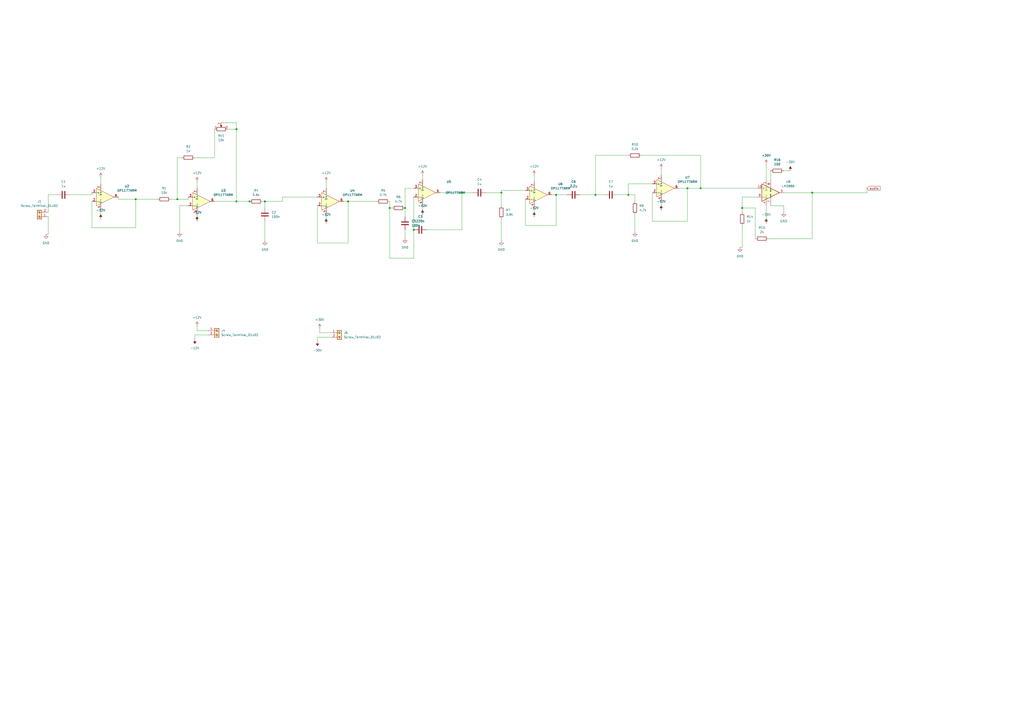
<source format=kicad_sch>
(kicad_sch
	(version 20231120)
	(generator "eeschema")
	(generator_version "8.0")
	(uuid "d4d98fe0-4d89-4ced-8fa7-d7927176c1ae")
	(paper "A2")
	(lib_symbols
		(symbol "Amplifier_Audio:LM3886"
			(pin_names
				(offset 0.127)
			)
			(exclude_from_sim no)
			(in_bom yes)
			(on_board yes)
			(property "Reference" "U"
				(at 5.08 6.35 0)
				(effects
					(font
						(size 1.27 1.27)
					)
				)
			)
			(property "Value" "LM3886"
				(at 5.08 3.81 0)
				(effects
					(font
						(size 1.27 1.27)
					)
				)
			)
			(property "Footprint" "Package_TO_SOT_THT:TO-220-11_P3.4x5.08mm_StaggerOdd_Lead4.85mm_Vertical"
				(at 0 0 0)
				(effects
					(font
						(size 1.27 1.27)
						(italic yes)
					)
					(hide yes)
				)
			)
			(property "Datasheet" "http://www.ti.com/lit/ds/symlink/lm3886.pdf"
				(at 0 0 0)
				(effects
					(font
						(size 1.27 1.27)
					)
					(hide yes)
				)
			)
			(property "Description" "Overture Audio Power Amplifier Series High-Performance 68W Audio Power Amplifier w/Mute, TO-220-11"
				(at 0 0 0)
				(effects
					(font
						(size 1.27 1.27)
					)
					(hide yes)
				)
			)
			(property "ki_keywords" "audio amplifier"
				(at 0 0 0)
				(effects
					(font
						(size 1.27 1.27)
					)
					(hide yes)
				)
			)
			(property "ki_fp_filters" "TO?220*StaggerOdd*"
				(at 0 0 0)
				(effects
					(font
						(size 1.27 1.27)
					)
					(hide yes)
				)
			)
			(symbol "LM3886_0_1"
				(polyline
					(pts
						(xy -5.08 5.08) (xy 5.08 0) (xy -5.08 -5.08) (xy -5.08 5.08)
					)
					(stroke
						(width 0.254)
						(type default)
					)
					(fill
						(type background)
					)
				)
			)
			(symbol "LM3886_1_1"
				(pin power_in line
					(at -2.54 7.62 270)
					(length 3.81)
					(name "V+"
						(effects
							(font
								(size 1.27 1.27)
							)
						)
					)
					(number "1"
						(effects
							(font
								(size 1.27 1.27)
							)
						)
					)
				)
				(pin input line
					(at -7.62 2.54 0)
					(length 2.54)
					(name "+"
						(effects
							(font
								(size 1.27 1.27)
							)
						)
					)
					(number "10"
						(effects
							(font
								(size 1.27 1.27)
							)
						)
					)
				)
				(pin no_connect line
					(at -5.08 5.08 270)
					(length 2.54) hide
					(name "NC"
						(effects
							(font
								(size 1.27 1.27)
							)
						)
					)
					(number "11"
						(effects
							(font
								(size 1.27 1.27)
							)
						)
					)
				)
				(pin no_connect line
					(at -2.54 3.81 270)
					(length 2.54) hide
					(name "NC"
						(effects
							(font
								(size 1.27 1.27)
							)
						)
					)
					(number "2"
						(effects
							(font
								(size 1.27 1.27)
							)
						)
					)
				)
				(pin output line
					(at 7.62 0 180)
					(length 2.54)
					(name "~"
						(effects
							(font
								(size 1.27 1.27)
							)
						)
					)
					(number "3"
						(effects
							(font
								(size 1.27 1.27)
							)
						)
					)
				)
				(pin power_in line
					(at -2.54 -7.62 90)
					(length 3.81)
					(name "V-"
						(effects
							(font
								(size 1.27 1.27)
							)
						)
					)
					(number "4"
						(effects
							(font
								(size 1.27 1.27)
							)
						)
					)
				)
				(pin passive line
					(at -2.54 7.62 270)
					(length 3.81) hide
					(name "V+"
						(effects
							(font
								(size 1.27 1.27)
							)
						)
					)
					(number "5"
						(effects
							(font
								(size 1.27 1.27)
							)
						)
					)
				)
				(pin no_connect line
					(at -5.08 -5.08 90)
					(length 2.54) hide
					(name "NC"
						(effects
							(font
								(size 1.27 1.27)
							)
						)
					)
					(number "6"
						(effects
							(font
								(size 1.27 1.27)
							)
						)
					)
				)
				(pin power_in line
					(at 0 -7.62 90)
					(length 5.08)
					(name "GND"
						(effects
							(font
								(size 0.508 0.508)
							)
						)
					)
					(number "7"
						(effects
							(font
								(size 1.27 1.27)
							)
						)
					)
				)
				(pin input line
					(at 0 7.62 270)
					(length 5.08)
					(name "MUTE"
						(effects
							(font
								(size 0.508 0.508)
							)
						)
					)
					(number "8"
						(effects
							(font
								(size 1.27 1.27)
							)
						)
					)
				)
				(pin input line
					(at -7.62 -2.54 0)
					(length 2.54)
					(name "-"
						(effects
							(font
								(size 1.27 1.27)
							)
						)
					)
					(number "9"
						(effects
							(font
								(size 1.27 1.27)
							)
						)
					)
				)
			)
		)
		(symbol "Amplifier_Operational:OP1177ARM"
			(pin_names
				(offset 0.127)
			)
			(exclude_from_sim no)
			(in_bom yes)
			(on_board yes)
			(property "Reference" "U"
				(at 2.54 5.08 0)
				(effects
					(font
						(size 1.27 1.27)
					)
				)
			)
			(property "Value" "OP1177ARM"
				(at 7.62 2.54 0)
				(effects
					(font
						(size 1.27 1.27)
					)
				)
			)
			(property "Footprint" "Package_SO:MSOP-8_3x3mm_P0.65mm"
				(at 0 -7.62 0)
				(effects
					(font
						(size 1.27 1.27)
					)
					(hide yes)
				)
			)
			(property "Datasheet" "https://www.analog.com/media/en/technical-documentation/data-sheets/OP1177_2177_4177.pdf"
				(at 0 0 0)
				(effects
					(font
						(size 1.27 1.27)
					)
					(hide yes)
				)
			)
			(property "Description" "Precision Low Noise, Low Input Bias Current Operational Amplifier, MSOP-8"
				(at 0 0 0)
				(effects
					(font
						(size 1.27 1.27)
					)
					(hide yes)
				)
			)
			(property "ki_keywords" "single operational amplifier"
				(at 0 0 0)
				(effects
					(font
						(size 1.27 1.27)
					)
					(hide yes)
				)
			)
			(property "ki_fp_filters" "MSOP*3x3mm*P0.65mm*"
				(at 0 0 0)
				(effects
					(font
						(size 1.27 1.27)
					)
					(hide yes)
				)
			)
			(symbol "OP1177ARM_0_1"
				(polyline
					(pts
						(xy -5.08 5.08) (xy -5.08 -5.08) (xy 5.08 0) (xy -5.08 5.08)
					)
					(stroke
						(width 0)
						(type default)
					)
					(fill
						(type background)
					)
				)
			)
			(symbol "OP1177ARM_1_1"
				(pin no_connect line
					(at -5.08 0 0)
					(length 3.81) hide
					(name "NC"
						(effects
							(font
								(size 1.27 1.27)
							)
						)
					)
					(number "1"
						(effects
							(font
								(size 1.27 1.27)
							)
						)
					)
				)
				(pin input line
					(at -7.62 -2.54 0)
					(length 2.54)
					(name "-"
						(effects
							(font
								(size 1.27 1.27)
							)
						)
					)
					(number "2"
						(effects
							(font
								(size 1.27 1.27)
							)
						)
					)
				)
				(pin input line
					(at -7.62 2.54 0)
					(length 2.54)
					(name "+"
						(effects
							(font
								(size 1.27 1.27)
							)
						)
					)
					(number "3"
						(effects
							(font
								(size 1.27 1.27)
							)
						)
					)
				)
				(pin power_in line
					(at -2.54 -7.62 90)
					(length 3.81)
					(name "V-"
						(effects
							(font
								(size 1.27 1.27)
							)
						)
					)
					(number "4"
						(effects
							(font
								(size 1.27 1.27)
							)
						)
					)
				)
				(pin no_connect line
					(at 0 -2.54 90)
					(length 3.81) hide
					(name "NC"
						(effects
							(font
								(size 1.27 1.27)
							)
						)
					)
					(number "5"
						(effects
							(font
								(size 1.27 1.27)
							)
						)
					)
				)
				(pin output line
					(at 7.62 0 180)
					(length 2.54)
					(name "~"
						(effects
							(font
								(size 1.27 1.27)
							)
						)
					)
					(number "6"
						(effects
							(font
								(size 1.27 1.27)
							)
						)
					)
				)
				(pin power_in line
					(at -2.54 7.62 270)
					(length 3.81)
					(name "V+"
						(effects
							(font
								(size 1.27 1.27)
							)
						)
					)
					(number "7"
						(effects
							(font
								(size 1.27 1.27)
							)
						)
					)
				)
				(pin no_connect line
					(at 0 2.54 270)
					(length 3.81) hide
					(name "NC"
						(effects
							(font
								(size 1.27 1.27)
							)
						)
					)
					(number "8"
						(effects
							(font
								(size 1.27 1.27)
							)
						)
					)
				)
			)
		)
		(symbol "Connector:Screw_Terminal_01x02"
			(pin_names
				(offset 1.016) hide)
			(exclude_from_sim no)
			(in_bom yes)
			(on_board yes)
			(property "Reference" "J"
				(at 0 2.54 0)
				(effects
					(font
						(size 1.27 1.27)
					)
				)
			)
			(property "Value" "Screw_Terminal_01x02"
				(at 0 -5.08 0)
				(effects
					(font
						(size 1.27 1.27)
					)
				)
			)
			(property "Footprint" ""
				(at 0 0 0)
				(effects
					(font
						(size 1.27 1.27)
					)
					(hide yes)
				)
			)
			(property "Datasheet" "~"
				(at 0 0 0)
				(effects
					(font
						(size 1.27 1.27)
					)
					(hide yes)
				)
			)
			(property "Description" "Generic screw terminal, single row, 01x02, script generated (kicad-library-utils/schlib/autogen/connector/)"
				(at 0 0 0)
				(effects
					(font
						(size 1.27 1.27)
					)
					(hide yes)
				)
			)
			(property "ki_keywords" "screw terminal"
				(at 0 0 0)
				(effects
					(font
						(size 1.27 1.27)
					)
					(hide yes)
				)
			)
			(property "ki_fp_filters" "TerminalBlock*:*"
				(at 0 0 0)
				(effects
					(font
						(size 1.27 1.27)
					)
					(hide yes)
				)
			)
			(symbol "Screw_Terminal_01x02_1_1"
				(rectangle
					(start -1.27 1.27)
					(end 1.27 -3.81)
					(stroke
						(width 0.254)
						(type default)
					)
					(fill
						(type background)
					)
				)
				(circle
					(center 0 -2.54)
					(radius 0.635)
					(stroke
						(width 0.1524)
						(type default)
					)
					(fill
						(type none)
					)
				)
				(polyline
					(pts
						(xy -0.5334 -2.2098) (xy 0.3302 -3.048)
					)
					(stroke
						(width 0.1524)
						(type default)
					)
					(fill
						(type none)
					)
				)
				(polyline
					(pts
						(xy -0.5334 0.3302) (xy 0.3302 -0.508)
					)
					(stroke
						(width 0.1524)
						(type default)
					)
					(fill
						(type none)
					)
				)
				(polyline
					(pts
						(xy -0.3556 -2.032) (xy 0.508 -2.8702)
					)
					(stroke
						(width 0.1524)
						(type default)
					)
					(fill
						(type none)
					)
				)
				(polyline
					(pts
						(xy -0.3556 0.508) (xy 0.508 -0.3302)
					)
					(stroke
						(width 0.1524)
						(type default)
					)
					(fill
						(type none)
					)
				)
				(circle
					(center 0 0)
					(radius 0.635)
					(stroke
						(width 0.1524)
						(type default)
					)
					(fill
						(type none)
					)
				)
				(pin passive line
					(at -5.08 0 0)
					(length 3.81)
					(name "Pin_1"
						(effects
							(font
								(size 1.27 1.27)
							)
						)
					)
					(number "1"
						(effects
							(font
								(size 1.27 1.27)
							)
						)
					)
				)
				(pin passive line
					(at -5.08 -2.54 0)
					(length 3.81)
					(name "Pin_2"
						(effects
							(font
								(size 1.27 1.27)
							)
						)
					)
					(number "2"
						(effects
							(font
								(size 1.27 1.27)
							)
						)
					)
				)
			)
		)
		(symbol "Device:C"
			(pin_numbers hide)
			(pin_names
				(offset 0.254)
			)
			(exclude_from_sim no)
			(in_bom yes)
			(on_board yes)
			(property "Reference" "C"
				(at 0.635 2.54 0)
				(effects
					(font
						(size 1.27 1.27)
					)
					(justify left)
				)
			)
			(property "Value" "C"
				(at 0.635 -2.54 0)
				(effects
					(font
						(size 1.27 1.27)
					)
					(justify left)
				)
			)
			(property "Footprint" ""
				(at 0.9652 -3.81 0)
				(effects
					(font
						(size 1.27 1.27)
					)
					(hide yes)
				)
			)
			(property "Datasheet" "~"
				(at 0 0 0)
				(effects
					(font
						(size 1.27 1.27)
					)
					(hide yes)
				)
			)
			(property "Description" "Unpolarized capacitor"
				(at 0 0 0)
				(effects
					(font
						(size 1.27 1.27)
					)
					(hide yes)
				)
			)
			(property "ki_keywords" "cap capacitor"
				(at 0 0 0)
				(effects
					(font
						(size 1.27 1.27)
					)
					(hide yes)
				)
			)
			(property "ki_fp_filters" "C_*"
				(at 0 0 0)
				(effects
					(font
						(size 1.27 1.27)
					)
					(hide yes)
				)
			)
			(symbol "C_0_1"
				(polyline
					(pts
						(xy -2.032 -0.762) (xy 2.032 -0.762)
					)
					(stroke
						(width 0.508)
						(type default)
					)
					(fill
						(type none)
					)
				)
				(polyline
					(pts
						(xy -2.032 0.762) (xy 2.032 0.762)
					)
					(stroke
						(width 0.508)
						(type default)
					)
					(fill
						(type none)
					)
				)
			)
			(symbol "C_1_1"
				(pin passive line
					(at 0 3.81 270)
					(length 2.794)
					(name "~"
						(effects
							(font
								(size 1.27 1.27)
							)
						)
					)
					(number "1"
						(effects
							(font
								(size 1.27 1.27)
							)
						)
					)
				)
				(pin passive line
					(at 0 -3.81 90)
					(length 2.794)
					(name "~"
						(effects
							(font
								(size 1.27 1.27)
							)
						)
					)
					(number "2"
						(effects
							(font
								(size 1.27 1.27)
							)
						)
					)
				)
			)
		)
		(symbol "Device:R"
			(pin_numbers hide)
			(pin_names
				(offset 0)
			)
			(exclude_from_sim no)
			(in_bom yes)
			(on_board yes)
			(property "Reference" "R"
				(at 2.032 0 90)
				(effects
					(font
						(size 1.27 1.27)
					)
				)
			)
			(property "Value" "R"
				(at 0 0 90)
				(effects
					(font
						(size 1.27 1.27)
					)
				)
			)
			(property "Footprint" ""
				(at -1.778 0 90)
				(effects
					(font
						(size 1.27 1.27)
					)
					(hide yes)
				)
			)
			(property "Datasheet" "~"
				(at 0 0 0)
				(effects
					(font
						(size 1.27 1.27)
					)
					(hide yes)
				)
			)
			(property "Description" "Resistor"
				(at 0 0 0)
				(effects
					(font
						(size 1.27 1.27)
					)
					(hide yes)
				)
			)
			(property "ki_keywords" "R res resistor"
				(at 0 0 0)
				(effects
					(font
						(size 1.27 1.27)
					)
					(hide yes)
				)
			)
			(property "ki_fp_filters" "R_*"
				(at 0 0 0)
				(effects
					(font
						(size 1.27 1.27)
					)
					(hide yes)
				)
			)
			(symbol "R_0_1"
				(rectangle
					(start -1.016 -2.54)
					(end 1.016 2.54)
					(stroke
						(width 0.254)
						(type default)
					)
					(fill
						(type none)
					)
				)
			)
			(symbol "R_1_1"
				(pin passive line
					(at 0 3.81 270)
					(length 1.27)
					(name "~"
						(effects
							(font
								(size 1.27 1.27)
							)
						)
					)
					(number "1"
						(effects
							(font
								(size 1.27 1.27)
							)
						)
					)
				)
				(pin passive line
					(at 0 -3.81 90)
					(length 1.27)
					(name "~"
						(effects
							(font
								(size 1.27 1.27)
							)
						)
					)
					(number "2"
						(effects
							(font
								(size 1.27 1.27)
							)
						)
					)
				)
			)
		)
		(symbol "Device:R_Potentiometer"
			(pin_names
				(offset 1.016) hide)
			(exclude_from_sim no)
			(in_bom yes)
			(on_board yes)
			(property "Reference" "RV"
				(at -4.445 0 90)
				(effects
					(font
						(size 1.27 1.27)
					)
				)
			)
			(property "Value" "R_Potentiometer"
				(at -2.54 0 90)
				(effects
					(font
						(size 1.27 1.27)
					)
				)
			)
			(property "Footprint" ""
				(at 0 0 0)
				(effects
					(font
						(size 1.27 1.27)
					)
					(hide yes)
				)
			)
			(property "Datasheet" "~"
				(at 0 0 0)
				(effects
					(font
						(size 1.27 1.27)
					)
					(hide yes)
				)
			)
			(property "Description" "Potentiometer"
				(at 0 0 0)
				(effects
					(font
						(size 1.27 1.27)
					)
					(hide yes)
				)
			)
			(property "ki_keywords" "resistor variable"
				(at 0 0 0)
				(effects
					(font
						(size 1.27 1.27)
					)
					(hide yes)
				)
			)
			(property "ki_fp_filters" "Potentiometer*"
				(at 0 0 0)
				(effects
					(font
						(size 1.27 1.27)
					)
					(hide yes)
				)
			)
			(symbol "R_Potentiometer_0_1"
				(polyline
					(pts
						(xy 2.54 0) (xy 1.524 0)
					)
					(stroke
						(width 0)
						(type default)
					)
					(fill
						(type none)
					)
				)
				(polyline
					(pts
						(xy 1.143 0) (xy 2.286 0.508) (xy 2.286 -0.508) (xy 1.143 0)
					)
					(stroke
						(width 0)
						(type default)
					)
					(fill
						(type outline)
					)
				)
				(rectangle
					(start 1.016 2.54)
					(end -1.016 -2.54)
					(stroke
						(width 0.254)
						(type default)
					)
					(fill
						(type none)
					)
				)
			)
			(symbol "R_Potentiometer_1_1"
				(pin passive line
					(at 0 3.81 270)
					(length 1.27)
					(name "1"
						(effects
							(font
								(size 1.27 1.27)
							)
						)
					)
					(number "1"
						(effects
							(font
								(size 1.27 1.27)
							)
						)
					)
				)
				(pin passive line
					(at 3.81 0 180)
					(length 1.27)
					(name "2"
						(effects
							(font
								(size 1.27 1.27)
							)
						)
					)
					(number "2"
						(effects
							(font
								(size 1.27 1.27)
							)
						)
					)
				)
				(pin passive line
					(at 0 -3.81 90)
					(length 1.27)
					(name "3"
						(effects
							(font
								(size 1.27 1.27)
							)
						)
					)
					(number "3"
						(effects
							(font
								(size 1.27 1.27)
							)
						)
					)
				)
			)
		)
		(symbol "power:+12V"
			(power)
			(pin_numbers hide)
			(pin_names
				(offset 0) hide)
			(exclude_from_sim no)
			(in_bom yes)
			(on_board yes)
			(property "Reference" "#PWR"
				(at 0 -3.81 0)
				(effects
					(font
						(size 1.27 1.27)
					)
					(hide yes)
				)
			)
			(property "Value" "+12V"
				(at 0 3.556 0)
				(effects
					(font
						(size 1.27 1.27)
					)
				)
			)
			(property "Footprint" ""
				(at 0 0 0)
				(effects
					(font
						(size 1.27 1.27)
					)
					(hide yes)
				)
			)
			(property "Datasheet" ""
				(at 0 0 0)
				(effects
					(font
						(size 1.27 1.27)
					)
					(hide yes)
				)
			)
			(property "Description" "Power symbol creates a global label with name \"+12V\""
				(at 0 0 0)
				(effects
					(font
						(size 1.27 1.27)
					)
					(hide yes)
				)
			)
			(property "ki_keywords" "global power"
				(at 0 0 0)
				(effects
					(font
						(size 1.27 1.27)
					)
					(hide yes)
				)
			)
			(symbol "+12V_0_1"
				(polyline
					(pts
						(xy -0.762 1.27) (xy 0 2.54)
					)
					(stroke
						(width 0)
						(type default)
					)
					(fill
						(type none)
					)
				)
				(polyline
					(pts
						(xy 0 0) (xy 0 2.54)
					)
					(stroke
						(width 0)
						(type default)
					)
					(fill
						(type none)
					)
				)
				(polyline
					(pts
						(xy 0 2.54) (xy 0.762 1.27)
					)
					(stroke
						(width 0)
						(type default)
					)
					(fill
						(type none)
					)
				)
			)
			(symbol "+12V_1_1"
				(pin power_in line
					(at 0 0 90)
					(length 0)
					(name "~"
						(effects
							(font
								(size 1.27 1.27)
							)
						)
					)
					(number "1"
						(effects
							(font
								(size 1.27 1.27)
							)
						)
					)
				)
			)
		)
		(symbol "power:-12V"
			(power)
			(pin_numbers hide)
			(pin_names
				(offset 0) hide)
			(exclude_from_sim no)
			(in_bom yes)
			(on_board yes)
			(property "Reference" "#PWR"
				(at 0 -3.81 0)
				(effects
					(font
						(size 1.27 1.27)
					)
					(hide yes)
				)
			)
			(property "Value" "-12V"
				(at 0 3.556 0)
				(effects
					(font
						(size 1.27 1.27)
					)
				)
			)
			(property "Footprint" ""
				(at 0 0 0)
				(effects
					(font
						(size 1.27 1.27)
					)
					(hide yes)
				)
			)
			(property "Datasheet" ""
				(at 0 0 0)
				(effects
					(font
						(size 1.27 1.27)
					)
					(hide yes)
				)
			)
			(property "Description" "Power symbol creates a global label with name \"-12V\""
				(at 0 0 0)
				(effects
					(font
						(size 1.27 1.27)
					)
					(hide yes)
				)
			)
			(property "ki_keywords" "global power"
				(at 0 0 0)
				(effects
					(font
						(size 1.27 1.27)
					)
					(hide yes)
				)
			)
			(symbol "-12V_0_0"
				(pin power_in line
					(at 0 0 90)
					(length 0)
					(name "~"
						(effects
							(font
								(size 1.27 1.27)
							)
						)
					)
					(number "1"
						(effects
							(font
								(size 1.27 1.27)
							)
						)
					)
				)
			)
			(symbol "-12V_0_1"
				(polyline
					(pts
						(xy 0 0) (xy 0 1.27) (xy 0.762 1.27) (xy 0 2.54) (xy -0.762 1.27) (xy 0 1.27)
					)
					(stroke
						(width 0)
						(type default)
					)
					(fill
						(type outline)
					)
				)
			)
		)
		(symbol "power:GND"
			(power)
			(pin_numbers hide)
			(pin_names
				(offset 0) hide)
			(exclude_from_sim no)
			(in_bom yes)
			(on_board yes)
			(property "Reference" "#PWR"
				(at 0 -6.35 0)
				(effects
					(font
						(size 1.27 1.27)
					)
					(hide yes)
				)
			)
			(property "Value" "GND"
				(at 0 -3.81 0)
				(effects
					(font
						(size 1.27 1.27)
					)
				)
			)
			(property "Footprint" ""
				(at 0 0 0)
				(effects
					(font
						(size 1.27 1.27)
					)
					(hide yes)
				)
			)
			(property "Datasheet" ""
				(at 0 0 0)
				(effects
					(font
						(size 1.27 1.27)
					)
					(hide yes)
				)
			)
			(property "Description" "Power symbol creates a global label with name \"GND\" , ground"
				(at 0 0 0)
				(effects
					(font
						(size 1.27 1.27)
					)
					(hide yes)
				)
			)
			(property "ki_keywords" "global power"
				(at 0 0 0)
				(effects
					(font
						(size 1.27 1.27)
					)
					(hide yes)
				)
			)
			(symbol "GND_0_1"
				(polyline
					(pts
						(xy 0 0) (xy 0 -1.27) (xy 1.27 -1.27) (xy 0 -2.54) (xy -1.27 -1.27) (xy 0 -1.27)
					)
					(stroke
						(width 0)
						(type default)
					)
					(fill
						(type none)
					)
				)
			)
			(symbol "GND_1_1"
				(pin power_in line
					(at 0 0 270)
					(length 0)
					(name "~"
						(effects
							(font
								(size 1.27 1.27)
							)
						)
					)
					(number "1"
						(effects
							(font
								(size 1.27 1.27)
							)
						)
					)
				)
			)
		)
	)
	(junction
		(at 137.16 116.84)
		(diameter 0)
		(color 0 0 0 0)
		(uuid "035758e7-78a7-4411-b9c9-21bf7e623d0b")
	)
	(junction
		(at 364.49 113.03)
		(diameter 0)
		(color 0 0 0 0)
		(uuid "1d809213-40ab-4df2-a13d-5e57d2de1092")
	)
	(junction
		(at 201.93 116.84)
		(diameter 0)
		(color 0 0 0 0)
		(uuid "3d567933-3172-4e73-a60d-479047a7c70e")
	)
	(junction
		(at 153.67 116.84)
		(diameter 0)
		(color 0 0 0 0)
		(uuid "4637f722-50fe-4433-92b7-8afbebaa0f18")
	)
	(junction
		(at 226.06 120.65)
		(diameter 0)
		(color 0 0 0 0)
		(uuid "4c02f908-06a2-4be6-b948-00d2029cb707")
	)
	(junction
		(at 471.17 111.76)
		(diameter 0)
		(color 0 0 0 0)
		(uuid "64472aa4-e05e-4806-ba93-e62062f2090a")
	)
	(junction
		(at 430.53 120.65)
		(diameter 0)
		(color 0 0 0 0)
		(uuid "667d6f92-3888-4c8f-8e12-608d5fd9d2c6")
	)
	(junction
		(at 240.03 133.35)
		(diameter 0)
		(color 0 0 0 0)
		(uuid "6a0c83c2-705f-4cad-9220-213a29551cf7")
	)
	(junction
		(at 290.83 111.76)
		(diameter 0)
		(color 0 0 0 0)
		(uuid "7d8d70ab-b3da-49ff-88c1-33b3cd91a759")
	)
	(junction
		(at 137.16 74.93)
		(diameter 0)
		(color 0 0 0 0)
		(uuid "7f752fad-0297-4c1e-a330-4797cd33fa19")
	)
	(junction
		(at 322.58 113.03)
		(diameter 0)
		(color 0 0 0 0)
		(uuid "81ce24dc-76c7-4629-a411-d85055bb6f83")
	)
	(junction
		(at 345.44 113.03)
		(diameter 0)
		(color 0 0 0 0)
		(uuid "880d6200-c648-4b2d-8611-5290692f26dd")
	)
	(junction
		(at 102.87 115.57)
		(diameter 0)
		(color 0 0 0 0)
		(uuid "892dec9d-45c7-4b9f-a802-140f2ff7b8d4")
	)
	(junction
		(at 267.97 111.76)
		(diameter 0)
		(color 0 0 0 0)
		(uuid "94ffc9fe-a540-4081-bf11-9d040974e4dc")
	)
	(junction
		(at 78.74 115.57)
		(diameter 0)
		(color 0 0 0 0)
		(uuid "9b266981-7e21-4357-8ed8-9189c622f598")
	)
	(junction
		(at 406.4 109.22)
		(diameter 0)
		(color 0 0 0 0)
		(uuid "9f4cf7ea-7f00-4989-9adb-4804ae581fbf")
	)
	(junction
		(at 398.78 109.22)
		(diameter 0)
		(color 0 0 0 0)
		(uuid "cbbbee39-4f9e-4870-9f30-991984875f0f")
	)
	(junction
		(at 234.95 120.65)
		(diameter 0)
		(color 0 0 0 0)
		(uuid "cd759dd2-62e3-4671-b3f6-c85236fe0c47")
	)
	(junction
		(at 144.78 116.84)
		(diameter 0)
		(color 0 0 0 0)
		(uuid "fb775acc-5aa4-44c4-800b-9d2def2e09f0")
	)
	(wire
		(pts
			(xy 345.44 90.17) (xy 345.44 113.03)
		)
		(stroke
			(width 0)
			(type default)
		)
		(uuid "012fb7e0-5437-42b0-a0f1-3a566c70e182")
	)
	(wire
		(pts
			(xy 184.15 119.38) (xy 184.15 140.97)
		)
		(stroke
			(width 0)
			(type default)
		)
		(uuid "022a41b7-9b0c-4e5d-b4d6-39873ebb9008")
	)
	(wire
		(pts
			(xy 27.94 125.73) (xy 27.94 135.89)
		)
		(stroke
			(width 0)
			(type default)
		)
		(uuid "04ce0488-6473-45d2-b4da-51a93c64c985")
	)
	(wire
		(pts
			(xy 189.23 124.46) (xy 189.23 129.54)
		)
		(stroke
			(width 0)
			(type default)
		)
		(uuid "04ee055e-a16d-4616-894e-dd51a863214b")
	)
	(wire
		(pts
			(xy 191.77 195.58) (xy 184.15 195.58)
		)
		(stroke
			(width 0)
			(type default)
		)
		(uuid "07119c1e-5b31-48c7-9e8e-aa4bbf991247")
	)
	(wire
		(pts
			(xy 102.87 91.44) (xy 105.41 91.44)
		)
		(stroke
			(width 0)
			(type default)
		)
		(uuid "07172754-db77-44a9-ae93-89d992101745")
	)
	(wire
		(pts
			(xy 322.58 130.81) (xy 322.58 113.03)
		)
		(stroke
			(width 0)
			(type default)
		)
		(uuid "07329347-65b9-42a2-bd10-2a6d8aa184ec")
	)
	(wire
		(pts
			(xy 78.74 115.57) (xy 68.58 115.57)
		)
		(stroke
			(width 0)
			(type default)
		)
		(uuid "07d59a54-d5da-41ef-94b5-64a9e1b055a2")
	)
	(wire
		(pts
			(xy 91.44 115.57) (xy 78.74 115.57)
		)
		(stroke
			(width 0)
			(type default)
		)
		(uuid "07f8d1e1-41dc-48c3-96ee-89a0db4671de")
	)
	(wire
		(pts
			(xy 445.77 138.43) (xy 471.17 138.43)
		)
		(stroke
			(width 0)
			(type default)
		)
		(uuid "0944b26d-bc73-4abe-b536-ad7071bd3be8")
	)
	(wire
		(pts
			(xy 53.34 116.84) (xy 53.34 132.08)
		)
		(stroke
			(width 0)
			(type default)
		)
		(uuid "0d41ff63-7f9d-4786-8cd3-0c4e573405fd")
	)
	(wire
		(pts
			(xy 439.42 114.3) (xy 430.53 114.3)
		)
		(stroke
			(width 0)
			(type default)
		)
		(uuid "117ec315-43e3-405e-a305-0a9bbfcefc5a")
	)
	(wire
		(pts
			(xy 255.27 111.76) (xy 267.97 111.76)
		)
		(stroke
			(width 0)
			(type default)
		)
		(uuid "1180064f-71dc-47bb-83c9-f2822fa49cb8")
	)
	(wire
		(pts
			(xy 226.06 120.65) (xy 226.06 149.86)
		)
		(stroke
			(width 0)
			(type default)
		)
		(uuid "141438e7-edc8-4b7e-82b6-492618873d21")
	)
	(wire
		(pts
			(xy 447.04 99.06) (xy 447.04 104.14)
		)
		(stroke
			(width 0)
			(type default)
		)
		(uuid "16601324-9526-4965-a1c5-518b6675d762")
	)
	(wire
		(pts
			(xy 114.3 105.41) (xy 114.3 109.22)
		)
		(stroke
			(width 0)
			(type default)
		)
		(uuid "1a533676-bdc7-4267-9f58-963646ea75fd")
	)
	(wire
		(pts
			(xy 114.3 124.46) (xy 114.3 128.27)
		)
		(stroke
			(width 0)
			(type default)
		)
		(uuid "1a774392-c267-43b0-9cd8-f7d32e77771d")
	)
	(wire
		(pts
			(xy 124.46 116.84) (xy 137.16 116.84)
		)
		(stroke
			(width 0)
			(type default)
		)
		(uuid "1f2c0fd1-c9af-4533-9919-083afc4db9fa")
	)
	(wire
		(pts
			(xy 78.74 115.57) (xy 78.74 132.08)
		)
		(stroke
			(width 0)
			(type default)
		)
		(uuid "20d1da03-feab-46de-9371-821e9b67f905")
	)
	(wire
		(pts
			(xy 234.95 133.35) (xy 234.95 138.43)
		)
		(stroke
			(width 0)
			(type default)
		)
		(uuid "217d4cfe-9dbd-4d1f-9b20-6c25fc4be5b9")
	)
	(wire
		(pts
			(xy 454.66 119.38) (xy 447.04 119.38)
		)
		(stroke
			(width 0)
			(type default)
		)
		(uuid "2543d1fb-9fc9-48a7-baf6-38de8a7d16cc")
	)
	(wire
		(pts
			(xy 113.03 194.31) (xy 113.03 196.85)
		)
		(stroke
			(width 0)
			(type default)
		)
		(uuid "256885d6-7188-4d7f-b7d6-426fe22489d8")
	)
	(wire
		(pts
			(xy 132.08 74.93) (xy 137.16 74.93)
		)
		(stroke
			(width 0)
			(type default)
		)
		(uuid "266dd86c-3bf3-4121-8043-7cbf4be6be2c")
	)
	(wire
		(pts
			(xy 245.11 119.38) (xy 245.11 124.46)
		)
		(stroke
			(width 0)
			(type default)
		)
		(uuid "2a41cc50-97df-4829-8a3f-8ec1fe697b8c")
	)
	(wire
		(pts
			(xy 234.95 120.65) (xy 234.95 125.73)
		)
		(stroke
			(width 0)
			(type default)
		)
		(uuid "2c08a8e3-16a3-40b6-8950-7cb53b59c1fc")
	)
	(wire
		(pts
			(xy 201.93 116.84) (xy 218.44 116.84)
		)
		(stroke
			(width 0)
			(type default)
		)
		(uuid "2c281c9a-bee4-46fc-bff8-efb8ca705032")
	)
	(wire
		(pts
			(xy 144.78 116.84) (xy 146.05 116.84)
		)
		(stroke
			(width 0)
			(type default)
		)
		(uuid "2e022a2c-1e29-4bbb-b40e-847e6d99f11b")
	)
	(wire
		(pts
			(xy 137.16 116.84) (xy 144.78 116.84)
		)
		(stroke
			(width 0)
			(type default)
		)
		(uuid "2e6f95eb-d66e-4e72-8e63-ebc8f46dcb94")
	)
	(wire
		(pts
			(xy 364.49 113.03) (xy 358.14 113.03)
		)
		(stroke
			(width 0)
			(type default)
		)
		(uuid "3023d828-c919-41c4-ab91-c5f3fcca2435")
	)
	(wire
		(pts
			(xy 368.3 124.46) (xy 368.3 134.62)
		)
		(stroke
			(width 0)
			(type default)
		)
		(uuid "3439765c-40db-4ad2-9e80-e609d3d3e36d")
	)
	(wire
		(pts
			(xy 109.22 119.38) (xy 104.14 119.38)
		)
		(stroke
			(width 0)
			(type default)
		)
		(uuid "34e07e87-3748-4591-b647-53e4c2db8a69")
	)
	(wire
		(pts
			(xy 502.92 111.76) (xy 502.92 109.22)
		)
		(stroke
			(width 0)
			(type default)
		)
		(uuid "39d5010a-faa9-43c3-b6a7-7d879058d7d2")
	)
	(wire
		(pts
			(xy 226.06 120.65) (xy 227.33 120.65)
		)
		(stroke
			(width 0)
			(type default)
		)
		(uuid "3b724119-20e4-4152-9fb4-4da389eb8586")
	)
	(wire
		(pts
			(xy 267.97 133.35) (xy 267.97 111.76)
		)
		(stroke
			(width 0)
			(type default)
		)
		(uuid "3c4efa42-db8a-4664-90d0-dfb255955940")
	)
	(wire
		(pts
			(xy 184.15 140.97) (xy 201.93 140.97)
		)
		(stroke
			(width 0)
			(type default)
		)
		(uuid "3c5a5d76-0f46-403f-8769-e7fdc7b0e11d")
	)
	(wire
		(pts
			(xy 153.67 116.84) (xy 153.67 120.65)
		)
		(stroke
			(width 0)
			(type default)
		)
		(uuid "3d5c70e5-a4f4-4706-98f7-ba0421f919c8")
	)
	(wire
		(pts
			(xy 430.53 130.81) (xy 430.53 143.51)
		)
		(stroke
			(width 0)
			(type default)
		)
		(uuid "428fcc4a-fa5d-406e-ab07-ef42ee03f054")
	)
	(wire
		(pts
			(xy 438.15 138.43) (xy 438.15 120.65)
		)
		(stroke
			(width 0)
			(type default)
		)
		(uuid "481263bb-59f8-49fc-a41a-53d3d77c1b67")
	)
	(wire
		(pts
			(xy 471.17 111.76) (xy 502.92 111.76)
		)
		(stroke
			(width 0)
			(type default)
		)
		(uuid "4b51d938-7486-4487-af26-92015712ef1a")
	)
	(wire
		(pts
			(xy 234.95 109.22) (xy 240.03 109.22)
		)
		(stroke
			(width 0)
			(type default)
		)
		(uuid "4d14d4f8-a4db-4b7a-a7b7-3f00daa7b7e4")
	)
	(wire
		(pts
			(xy 184.15 195.58) (xy 184.15 198.12)
		)
		(stroke
			(width 0)
			(type default)
		)
		(uuid "4d3214de-37b0-41ef-ad2d-8d3d8961f359")
	)
	(wire
		(pts
			(xy 454.66 111.76) (xy 471.17 111.76)
		)
		(stroke
			(width 0)
			(type default)
		)
		(uuid "4f4f91a1-deb1-4b9e-a3a7-badd610b249a")
	)
	(wire
		(pts
			(xy 364.49 90.17) (xy 345.44 90.17)
		)
		(stroke
			(width 0)
			(type default)
		)
		(uuid "5183174c-e558-4b7d-8f50-fc089b05d655")
	)
	(wire
		(pts
			(xy 336.55 113.03) (xy 345.44 113.03)
		)
		(stroke
			(width 0)
			(type default)
		)
		(uuid "539184b9-c7f5-4a0f-8505-f0ebdb989820")
	)
	(wire
		(pts
			(xy 320.04 113.03) (xy 322.58 113.03)
		)
		(stroke
			(width 0)
			(type default)
		)
		(uuid "57537a36-a730-4369-9297-492c63a530ce")
	)
	(wire
		(pts
			(xy 153.67 128.27) (xy 153.67 139.7)
		)
		(stroke
			(width 0)
			(type default)
		)
		(uuid "58fdc6e1-1b18-4bd3-bd17-2dd936d40781")
	)
	(wire
		(pts
			(xy 372.11 90.17) (xy 406.4 90.17)
		)
		(stroke
			(width 0)
			(type default)
		)
		(uuid "59f1e726-ce95-4bc5-a0f7-82f68851ff3b")
	)
	(wire
		(pts
			(xy 184.15 114.3) (xy 163.83 114.3)
		)
		(stroke
			(width 0)
			(type default)
		)
		(uuid "59f52145-12ba-4145-85de-9481c2b4808c")
	)
	(wire
		(pts
			(xy 438.15 120.65) (xy 430.53 120.65)
		)
		(stroke
			(width 0)
			(type default)
		)
		(uuid "5b341295-9195-4156-89ab-dd2a25c6c072")
	)
	(wire
		(pts
			(xy 281.94 111.76) (xy 290.83 111.76)
		)
		(stroke
			(width 0)
			(type default)
		)
		(uuid "5d8aa109-f38c-4ee2-8c62-7d7a2dc33b05")
	)
	(wire
		(pts
			(xy 368.3 113.03) (xy 364.49 113.03)
		)
		(stroke
			(width 0)
			(type default)
		)
		(uuid "5f373871-c4b0-48c1-9de3-f58749cc84aa")
	)
	(wire
		(pts
			(xy 27.94 113.03) (xy 33.02 113.03)
		)
		(stroke
			(width 0)
			(type default)
		)
		(uuid "668fb9be-2e47-4b1a-9db8-6be184611fcc")
	)
	(wire
		(pts
			(xy 309.88 101.6) (xy 309.88 105.41)
		)
		(stroke
			(width 0)
			(type default)
		)
		(uuid "6ac16a48-bab9-4c6c-8b62-f4c1f1c7e8e4")
	)
	(wire
		(pts
			(xy 113.03 91.44) (xy 124.46 91.44)
		)
		(stroke
			(width 0)
			(type default)
		)
		(uuid "6c39d2f6-42e6-498b-bfb2-72c22d5df1a0")
	)
	(wire
		(pts
			(xy 40.64 113.03) (xy 53.34 113.03)
		)
		(stroke
			(width 0)
			(type default)
		)
		(uuid "6cbd4574-f3c8-4504-8886-81297429e810")
	)
	(wire
		(pts
			(xy 290.83 111.76) (xy 290.83 119.38)
		)
		(stroke
			(width 0)
			(type default)
		)
		(uuid "746495d8-16a4-4ff6-8028-d3c548772ccc")
	)
	(wire
		(pts
			(xy 27.94 123.19) (xy 27.94 113.03)
		)
		(stroke
			(width 0)
			(type default)
		)
		(uuid "76be2c43-6188-4759-86fe-8aa2534cef52")
	)
	(wire
		(pts
			(xy 322.58 113.03) (xy 328.93 113.03)
		)
		(stroke
			(width 0)
			(type default)
		)
		(uuid "7cb419de-4b69-403e-b554-36fea2a3a8b3")
	)
	(wire
		(pts
			(xy 199.39 116.84) (xy 201.93 116.84)
		)
		(stroke
			(width 0)
			(type default)
		)
		(uuid "80dcfd43-9dc3-4e89-b8da-08cf8d6165c2")
	)
	(wire
		(pts
			(xy 99.06 115.57) (xy 102.87 115.57)
		)
		(stroke
			(width 0)
			(type default)
		)
		(uuid "813b5b2f-c171-40fc-a507-1645bd99f8a7")
	)
	(wire
		(pts
			(xy 114.3 191.77) (xy 114.3 189.23)
		)
		(stroke
			(width 0)
			(type default)
		)
		(uuid "84cbdbd0-aa7e-45f6-94b5-51858dbf6d81")
	)
	(wire
		(pts
			(xy 304.8 115.57) (xy 304.8 130.81)
		)
		(stroke
			(width 0)
			(type default)
		)
		(uuid "86c91439-a792-477d-99c9-051756879a4d")
	)
	(wire
		(pts
			(xy 444.5 119.38) (xy 444.5 129.54)
		)
		(stroke
			(width 0)
			(type default)
		)
		(uuid "87209af3-f7ab-41b7-a46e-b1a2b6474966")
	)
	(wire
		(pts
			(xy 383.54 116.84) (xy 383.54 121.92)
		)
		(stroke
			(width 0)
			(type default)
		)
		(uuid "889be427-cbc8-452f-8db6-359d9f6ea2b4")
	)
	(wire
		(pts
			(xy 191.77 193.04) (xy 185.42 193.04)
		)
		(stroke
			(width 0)
			(type default)
		)
		(uuid "893407d5-4cb9-4b05-b471-e6e4093e371b")
	)
	(wire
		(pts
			(xy 152.4 116.84) (xy 153.67 116.84)
		)
		(stroke
			(width 0)
			(type default)
		)
		(uuid "895a0fdb-aeea-4f66-ae29-9b48ee9c3029")
	)
	(wire
		(pts
			(xy 137.16 74.93) (xy 137.16 116.84)
		)
		(stroke
			(width 0)
			(type default)
		)
		(uuid "8b7c9a43-091e-4e08-861b-ab05bf41abef")
	)
	(wire
		(pts
			(xy 267.97 111.76) (xy 274.32 111.76)
		)
		(stroke
			(width 0)
			(type default)
		)
		(uuid "8bc109ba-8494-4a24-8dd0-72afe0d974dd")
	)
	(wire
		(pts
			(xy 304.8 110.49) (xy 290.83 110.49)
		)
		(stroke
			(width 0)
			(type default)
		)
		(uuid "8d109ec7-524b-4a8c-8670-14bc98d3e35b")
	)
	(wire
		(pts
			(xy 454.66 123.19) (xy 454.66 119.38)
		)
		(stroke
			(width 0)
			(type default)
		)
		(uuid "908f09bb-b268-4421-b2fa-c67438c9e611")
	)
	(wire
		(pts
			(xy 454.66 99.06) (xy 458.47 99.06)
		)
		(stroke
			(width 0)
			(type default)
		)
		(uuid "91014178-cb81-4aab-bb20-b24e25876479")
	)
	(wire
		(pts
			(xy 104.14 119.38) (xy 104.14 134.62)
		)
		(stroke
			(width 0)
			(type default)
		)
		(uuid "9873c661-f55c-4641-a965-744b416e9277")
	)
	(wire
		(pts
			(xy 430.53 114.3) (xy 430.53 120.65)
		)
		(stroke
			(width 0)
			(type default)
		)
		(uuid "99cd6cbd-4bd0-4715-a69e-7a4a6c7d9b41")
	)
	(wire
		(pts
			(xy 27.94 135.89) (xy 26.67 135.89)
		)
		(stroke
			(width 0)
			(type default)
		)
		(uuid "9ec1e2c4-80dc-448b-bff4-eee125321288")
	)
	(wire
		(pts
			(xy 128.27 71.12) (xy 137.16 71.12)
		)
		(stroke
			(width 0)
			(type default)
		)
		(uuid "a266188b-3889-4763-bc6c-f049ec52ceca")
	)
	(wire
		(pts
			(xy 120.65 194.31) (xy 113.03 194.31)
		)
		(stroke
			(width 0)
			(type default)
		)
		(uuid "a26f4810-264b-4889-9609-e6ded0a2d4ed")
	)
	(wire
		(pts
			(xy 226.06 116.84) (xy 226.06 120.65)
		)
		(stroke
			(width 0)
			(type default)
		)
		(uuid "a67e0855-297d-4537-98ea-396e78a354e4")
	)
	(wire
		(pts
			(xy 364.49 106.68) (xy 364.49 113.03)
		)
		(stroke
			(width 0)
			(type default)
		)
		(uuid "ac9b86c4-1a6b-41a8-9040-c8085975eb43")
	)
	(wire
		(pts
			(xy 383.54 97.79) (xy 383.54 101.6)
		)
		(stroke
			(width 0)
			(type default)
		)
		(uuid "af0673e8-979c-4a9d-a013-ce2cf59f39fe")
	)
	(wire
		(pts
			(xy 368.3 116.84) (xy 368.3 113.03)
		)
		(stroke
			(width 0)
			(type default)
		)
		(uuid "af26b6ec-8f03-4d99-9ace-4107c3f90350")
	)
	(wire
		(pts
			(xy 240.03 114.3) (xy 240.03 133.35)
		)
		(stroke
			(width 0)
			(type default)
		)
		(uuid "af77bdb1-ce67-42ab-8fb1-079539c4b31c")
	)
	(wire
		(pts
			(xy 163.83 114.3) (xy 163.83 116.84)
		)
		(stroke
			(width 0)
			(type default)
		)
		(uuid "b337c8fc-15de-462c-b572-3a4a5dc8dc62")
	)
	(wire
		(pts
			(xy 378.46 128.27) (xy 398.78 128.27)
		)
		(stroke
			(width 0)
			(type default)
		)
		(uuid "b37074df-da58-49f6-971d-3e978702010e")
	)
	(wire
		(pts
			(xy 201.93 140.97) (xy 201.93 116.84)
		)
		(stroke
			(width 0)
			(type default)
		)
		(uuid "b41287b8-b4fe-4be0-8c14-8997973b6e0a")
	)
	(wire
		(pts
			(xy 53.34 111.76) (xy 53.34 113.03)
		)
		(stroke
			(width 0)
			(type default)
		)
		(uuid "b4c462d6-1248-4b9d-ac3e-258c33f145c0")
	)
	(wire
		(pts
			(xy 378.46 106.68) (xy 364.49 106.68)
		)
		(stroke
			(width 0)
			(type default)
		)
		(uuid "b72ac095-82f6-476e-9383-1d02fa51c7dd")
	)
	(wire
		(pts
			(xy 345.44 113.03) (xy 350.52 113.03)
		)
		(stroke
			(width 0)
			(type default)
		)
		(uuid "bdcdce4c-1b06-479f-b6af-fd4809fc0e93")
	)
	(wire
		(pts
			(xy 471.17 138.43) (xy 471.17 111.76)
		)
		(stroke
			(width 0)
			(type default)
		)
		(uuid "bebfe863-f585-40dd-8116-6c8b6c04e413")
	)
	(wire
		(pts
			(xy 430.53 120.65) (xy 430.53 123.19)
		)
		(stroke
			(width 0)
			(type default)
		)
		(uuid "c0513479-1b69-4497-8c24-cf34acac86a5")
	)
	(wire
		(pts
			(xy 53.34 132.08) (xy 78.74 132.08)
		)
		(stroke
			(width 0)
			(type default)
		)
		(uuid "c4d10e95-f632-471c-bce7-1a411539a2fa")
	)
	(wire
		(pts
			(xy 247.65 133.35) (xy 267.97 133.35)
		)
		(stroke
			(width 0)
			(type default)
		)
		(uuid "c563e588-591d-44e4-abc8-eaf705243607")
	)
	(wire
		(pts
			(xy 290.83 110.49) (xy 290.83 111.76)
		)
		(stroke
			(width 0)
			(type default)
		)
		(uuid "c636d68b-7359-4494-9ad8-6ff7ecbda2c1")
	)
	(wire
		(pts
			(xy 309.88 120.65) (xy 309.88 125.73)
		)
		(stroke
			(width 0)
			(type default)
		)
		(uuid "c788ec57-3c08-439e-8ed5-da14a92f6053")
	)
	(wire
		(pts
			(xy 109.22 115.57) (xy 109.22 114.3)
		)
		(stroke
			(width 0)
			(type default)
		)
		(uuid "c83932af-9140-4cdd-8fa8-84145e29fdad")
	)
	(wire
		(pts
			(xy 429.26 143.51) (xy 430.53 143.51)
		)
		(stroke
			(width 0)
			(type default)
		)
		(uuid "cb965ff5-c751-4b2c-a3e8-08d5a25b036e")
	)
	(wire
		(pts
			(xy 137.16 71.12) (xy 137.16 74.93)
		)
		(stroke
			(width 0)
			(type default)
		)
		(uuid "d3fb7973-2f40-4391-bc03-6317e2fd434f")
	)
	(wire
		(pts
			(xy 102.87 115.57) (xy 109.22 115.57)
		)
		(stroke
			(width 0)
			(type default)
		)
		(uuid "d4f1ccc0-6760-4eee-91b8-8f47d90c98d5")
	)
	(wire
		(pts
			(xy 304.8 130.81) (xy 322.58 130.81)
		)
		(stroke
			(width 0)
			(type default)
		)
		(uuid "dd5febb7-dd69-4809-a88e-d2361db75fc6")
	)
	(wire
		(pts
			(xy 234.95 120.65) (xy 234.95 109.22)
		)
		(stroke
			(width 0)
			(type default)
		)
		(uuid "df17cbd1-a94e-4606-a029-65b4fedd292a")
	)
	(wire
		(pts
			(xy 226.06 149.86) (xy 240.03 149.86)
		)
		(stroke
			(width 0)
			(type default)
		)
		(uuid "df2e1fa8-e29d-49fc-be80-ed9240987d41")
	)
	(wire
		(pts
			(xy 124.46 74.93) (xy 124.46 91.44)
		)
		(stroke
			(width 0)
			(type default)
		)
		(uuid "df8bdd6c-66cb-47b3-91ba-731049b43f1b")
	)
	(wire
		(pts
			(xy 378.46 111.76) (xy 378.46 128.27)
		)
		(stroke
			(width 0)
			(type default)
		)
		(uuid "e12da9aa-87b3-4400-b484-6ceed596e554")
	)
	(wire
		(pts
			(xy 58.42 121.92) (xy 58.42 127)
		)
		(stroke
			(width 0)
			(type default)
		)
		(uuid "e1fde25d-ad9b-4190-8687-f5da5a972479")
	)
	(wire
		(pts
			(xy 153.67 116.84) (xy 163.83 116.84)
		)
		(stroke
			(width 0)
			(type default)
		)
		(uuid "e55c38ff-7586-468e-a2d0-087ade5ae0d5")
	)
	(wire
		(pts
			(xy 68.58 115.57) (xy 68.58 114.3)
		)
		(stroke
			(width 0)
			(type default)
		)
		(uuid "e7397af2-39c1-4043-87b8-ed09d80e89a1")
	)
	(wire
		(pts
			(xy 240.03 149.86) (xy 240.03 133.35)
		)
		(stroke
			(width 0)
			(type default)
		)
		(uuid "e7f40df3-c9b3-4dad-8191-cd5f53953d42")
	)
	(wire
		(pts
			(xy 393.7 109.22) (xy 398.78 109.22)
		)
		(stroke
			(width 0)
			(type default)
		)
		(uuid "e8ca230d-0804-4dc6-a3de-46a7a69c0fa2")
	)
	(wire
		(pts
			(xy 245.11 101.6) (xy 245.11 104.14)
		)
		(stroke
			(width 0)
			(type default)
		)
		(uuid "f14cb216-411f-42a6-8867-35840ef994e8")
	)
	(wire
		(pts
			(xy 398.78 128.27) (xy 398.78 109.22)
		)
		(stroke
			(width 0)
			(type default)
		)
		(uuid "f31aa1ff-5ced-4524-aca9-8bd43db71d1c")
	)
	(wire
		(pts
			(xy 120.65 191.77) (xy 114.3 191.77)
		)
		(stroke
			(width 0)
			(type default)
		)
		(uuid "f53c8d53-7bed-4dd1-afc9-aec84bc6f729")
	)
	(wire
		(pts
			(xy 185.42 193.04) (xy 185.42 190.5)
		)
		(stroke
			(width 0)
			(type default)
		)
		(uuid "f5969a6e-e819-4e2f-a8dc-1782bf3833a1")
	)
	(wire
		(pts
			(xy 102.87 115.57) (xy 102.87 91.44)
		)
		(stroke
			(width 0)
			(type default)
		)
		(uuid "f5de39e3-555d-4395-9055-f938d37fd22c")
	)
	(wire
		(pts
			(xy 398.78 109.22) (xy 406.4 109.22)
		)
		(stroke
			(width 0)
			(type default)
		)
		(uuid "f5e07d93-1ad5-416e-8f7f-5d2db90c8b14")
	)
	(wire
		(pts
			(xy 444.5 95.25) (xy 444.5 104.14)
		)
		(stroke
			(width 0)
			(type default)
		)
		(uuid "f6801ec4-5f21-4080-8a8b-5ae33e5a07a6")
	)
	(wire
		(pts
			(xy 406.4 109.22) (xy 439.42 109.22)
		)
		(stroke
			(width 0)
			(type default)
		)
		(uuid "f9615917-5c77-4063-bc35-32cd3590b290")
	)
	(wire
		(pts
			(xy 58.42 102.87) (xy 58.42 106.68)
		)
		(stroke
			(width 0)
			(type default)
		)
		(uuid "fb5c6f2d-ffd9-4525-b1a7-dcad0095ea64")
	)
	(wire
		(pts
			(xy 406.4 90.17) (xy 406.4 109.22)
		)
		(stroke
			(width 0)
			(type default)
		)
		(uuid "fb94ba8c-4ba9-4f70-b27e-17b612fcf6db")
	)
	(wire
		(pts
			(xy 290.83 127) (xy 290.83 139.7)
		)
		(stroke
			(width 0)
			(type default)
		)
		(uuid "ff8a76a3-b0a8-45ce-bed6-54c1ea94fc99")
	)
	(wire
		(pts
			(xy 189.23 105.41) (xy 189.23 109.22)
		)
		(stroke
			(width 0)
			(type default)
		)
		(uuid "ffa1919d-baa8-433f-8cd8-35e98adb66bf")
	)
	(global_label "audio"
		(shape input)
		(at 502.92 109.22 0)
		(fields_autoplaced yes)
		(effects
			(font
				(size 1.27 1.27)
			)
			(justify left)
		)
		(uuid "290eeaa9-b056-47cb-bafe-197795e318ac")
		(property "Intersheetrefs" "${INTERSHEET_REFS}"
			(at 511.106 109.22 0)
			(effects
				(font
					(size 1.27 1.27)
				)
				(justify left)
				(hide yes)
			)
		)
	)
	(symbol
		(lib_id "power:+12V")
		(at 114.3 189.23 0)
		(unit 1)
		(exclude_from_sim no)
		(in_bom yes)
		(on_board yes)
		(dnp no)
		(fields_autoplaced yes)
		(uuid "04b52215-a9cb-4923-881e-551f18987d63")
		(property "Reference" "#PWR028"
			(at 114.3 193.04 0)
			(effects
				(font
					(size 1.27 1.27)
				)
				(hide yes)
			)
		)
		(property "Value" "+12V"
			(at 114.3 184.15 0)
			(effects
				(font
					(size 1.27 1.27)
				)
			)
		)
		(property "Footprint" ""
			(at 114.3 189.23 0)
			(effects
				(font
					(size 1.27 1.27)
				)
				(hide yes)
			)
		)
		(property "Datasheet" ""
			(at 114.3 189.23 0)
			(effects
				(font
					(size 1.27 1.27)
				)
				(hide yes)
			)
		)
		(property "Description" "Power symbol creates a global label with name \"+12V\""
			(at 114.3 189.23 0)
			(effects
				(font
					(size 1.27 1.27)
				)
				(hide yes)
			)
		)
		(pin "1"
			(uuid "c13e1eab-b012-4000-a727-719e221d0eaf")
		)
		(instances
			(project ""
				(path "/775683e1-fe23-4f16-8a19-3b8349fd81b1/980c84a4-83c7-4d6d-8da1-33fb1ad67c1e"
					(reference "#PWR028")
					(unit 1)
				)
			)
		)
	)
	(symbol
		(lib_id "Connector:Screw_Terminal_01x02")
		(at 196.85 193.04 0)
		(unit 1)
		(exclude_from_sim no)
		(in_bom yes)
		(on_board yes)
		(dnp no)
		(fields_autoplaced yes)
		(uuid "08ab6c1a-5f91-440b-bb3b-36570695bdd7")
		(property "Reference" "J6"
			(at 199.39 193.0399 0)
			(effects
				(font
					(size 1.27 1.27)
				)
				(justify left)
			)
		)
		(property "Value" "Screw_Terminal_01x02"
			(at 199.39 195.5799 0)
			(effects
				(font
					(size 1.27 1.27)
				)
				(justify left)
			)
		)
		(property "Footprint" "TerminalBlock_Phoenix:TerminalBlock_Phoenix_MPT-0,5-2-2.54_1x02_P2.54mm_Horizontal"
			(at 196.85 193.04 0)
			(effects
				(font
					(size 1.27 1.27)
				)
				(hide yes)
			)
		)
		(property "Datasheet" "~"
			(at 196.85 193.04 0)
			(effects
				(font
					(size 1.27 1.27)
				)
				(hide yes)
			)
		)
		(property "Description" "Generic screw terminal, single row, 01x02, script generated (kicad-library-utils/schlib/autogen/connector/)"
			(at 196.85 193.04 0)
			(effects
				(font
					(size 1.27 1.27)
				)
				(hide yes)
			)
		)
		(pin "1"
			(uuid "fad7b044-edd8-4960-bc52-6311e7c37e3d")
		)
		(pin "2"
			(uuid "281e9ff5-3ccb-4206-8a36-ad2a41879432")
		)
		(instances
			(project "wzmacniacz"
				(path "/775683e1-fe23-4f16-8a19-3b8349fd81b1/980c84a4-83c7-4d6d-8da1-33fb1ad67c1e"
					(reference "J6")
					(unit 1)
				)
			)
		)
	)
	(symbol
		(lib_id "power:GND")
		(at 153.67 139.7 0)
		(unit 1)
		(exclude_from_sim no)
		(in_bom yes)
		(on_board yes)
		(dnp no)
		(fields_autoplaced yes)
		(uuid "1aebae08-7196-4058-b5ab-27106c1d41e6")
		(property "Reference" "#PWR03"
			(at 153.67 146.05 0)
			(effects
				(font
					(size 1.27 1.27)
				)
				(hide yes)
			)
		)
		(property "Value" "GND"
			(at 153.67 144.78 0)
			(effects
				(font
					(size 1.27 1.27)
				)
			)
		)
		(property "Footprint" ""
			(at 153.67 139.7 0)
			(effects
				(font
					(size 1.27 1.27)
				)
				(hide yes)
			)
		)
		(property "Datasheet" ""
			(at 153.67 139.7 0)
			(effects
				(font
					(size 1.27 1.27)
				)
				(hide yes)
			)
		)
		(property "Description" "Power symbol creates a global label with name \"GND\" , ground"
			(at 153.67 139.7 0)
			(effects
				(font
					(size 1.27 1.27)
				)
				(hide yes)
			)
		)
		(pin "1"
			(uuid "f5df2f5b-f0b2-4cd1-b081-97f817f25a03")
		)
		(instances
			(project "wzmacniacz"
				(path "/775683e1-fe23-4f16-8a19-3b8349fd81b1/980c84a4-83c7-4d6d-8da1-33fb1ad67c1e"
					(reference "#PWR03")
					(unit 1)
				)
			)
		)
	)
	(symbol
		(lib_id "power:-12V")
		(at 383.54 121.92 0)
		(unit 1)
		(exclude_from_sim no)
		(in_bom yes)
		(on_board yes)
		(dnp no)
		(uuid "1c4c0abf-dcd8-43bb-b401-91a5ce6def9d")
		(property "Reference" "#PWR014"
			(at 383.54 125.73 0)
			(effects
				(font
					(size 1.27 1.27)
				)
				(hide yes)
			)
		)
		(property "Value" "-12V"
			(at 383.54 116.84 0)
			(effects
				(font
					(size 1.27 1.27)
				)
			)
		)
		(property "Footprint" ""
			(at 383.54 121.92 0)
			(effects
				(font
					(size 1.27 1.27)
				)
				(hide yes)
			)
		)
		(property "Datasheet" ""
			(at 383.54 121.92 0)
			(effects
				(font
					(size 1.27 1.27)
				)
				(hide yes)
			)
		)
		(property "Description" "Power symbol creates a global label with name \"-12V\""
			(at 383.54 121.92 0)
			(effects
				(font
					(size 1.27 1.27)
				)
				(hide yes)
			)
		)
		(pin "1"
			(uuid "711b94a9-7ea2-4842-8fe2-556a79cc31b7")
		)
		(instances
			(project "wzmacniacz"
				(path "/775683e1-fe23-4f16-8a19-3b8349fd81b1/980c84a4-83c7-4d6d-8da1-33fb1ad67c1e"
					(reference "#PWR014")
					(unit 1)
				)
			)
		)
	)
	(symbol
		(lib_id "power:GND")
		(at 234.95 138.43 0)
		(unit 1)
		(exclude_from_sim no)
		(in_bom yes)
		(on_board yes)
		(dnp no)
		(fields_autoplaced yes)
		(uuid "2382523a-54d9-4fd9-8e31-bd196c83cec5")
		(property "Reference" "#PWR06"
			(at 234.95 144.78 0)
			(effects
				(font
					(size 1.27 1.27)
				)
				(hide yes)
			)
		)
		(property "Value" "GND"
			(at 234.95 143.51 0)
			(effects
				(font
					(size 1.27 1.27)
				)
			)
		)
		(property "Footprint" ""
			(at 234.95 138.43 0)
			(effects
				(font
					(size 1.27 1.27)
				)
				(hide yes)
			)
		)
		(property "Datasheet" ""
			(at 234.95 138.43 0)
			(effects
				(font
					(size 1.27 1.27)
				)
				(hide yes)
			)
		)
		(property "Description" "Power symbol creates a global label with name \"GND\" , ground"
			(at 234.95 138.43 0)
			(effects
				(font
					(size 1.27 1.27)
				)
				(hide yes)
			)
		)
		(pin "1"
			(uuid "7c4bec17-24c3-412a-85a7-49bf6a2fa20b")
		)
		(instances
			(project "wzmacniacz"
				(path "/775683e1-fe23-4f16-8a19-3b8349fd81b1/980c84a4-83c7-4d6d-8da1-33fb1ad67c1e"
					(reference "#PWR06")
					(unit 1)
				)
			)
		)
	)
	(symbol
		(lib_id "power:-12V")
		(at 245.11 124.46 0)
		(unit 1)
		(exclude_from_sim no)
		(in_bom yes)
		(on_board yes)
		(dnp no)
		(uuid "24932d5e-23cb-4e5c-a6f8-5be8dc32fcb6")
		(property "Reference" "#PWR012"
			(at 245.11 128.27 0)
			(effects
				(font
					(size 1.27 1.27)
				)
				(hide yes)
			)
		)
		(property "Value" "-12V"
			(at 245.11 119.38 0)
			(effects
				(font
					(size 1.27 1.27)
				)
			)
		)
		(property "Footprint" ""
			(at 245.11 124.46 0)
			(effects
				(font
					(size 1.27 1.27)
				)
				(hide yes)
			)
		)
		(property "Datasheet" ""
			(at 245.11 124.46 0)
			(effects
				(font
					(size 1.27 1.27)
				)
				(hide yes)
			)
		)
		(property "Description" "Power symbol creates a global label with name \"-12V\""
			(at 245.11 124.46 0)
			(effects
				(font
					(size 1.27 1.27)
				)
				(hide yes)
			)
		)
		(pin "1"
			(uuid "71450fb1-5f96-40be-8698-9a21a48ba831")
		)
		(instances
			(project "wzmacniacz"
				(path "/775683e1-fe23-4f16-8a19-3b8349fd81b1/980c84a4-83c7-4d6d-8da1-33fb1ad67c1e"
					(reference "#PWR012")
					(unit 1)
				)
			)
		)
	)
	(symbol
		(lib_id "Amplifier_Operational:OP1177ARM")
		(at 60.96 114.3 0)
		(unit 1)
		(exclude_from_sim no)
		(in_bom yes)
		(on_board yes)
		(dnp no)
		(fields_autoplaced yes)
		(uuid "2b33a380-737e-4a9a-b8bf-709e45001f01")
		(property "Reference" "U2"
			(at 73.66 107.9814 0)
			(effects
				(font
					(size 1.27 1.27)
				)
			)
		)
		(property "Value" "OP1177ARM"
			(at 73.66 110.5214 0)
			(effects
				(font
					(size 1.27 1.27)
				)
			)
		)
		(property "Footprint" "Package_SO:MSOP-8_3x3mm_P0.65mm"
			(at 60.96 121.92 0)
			(effects
				(font
					(size 1.27 1.27)
				)
				(hide yes)
			)
		)
		(property "Datasheet" "https://www.analog.com/media/en/technical-documentation/data-sheets/OP1177_2177_4177.pdf"
			(at 60.96 114.3 0)
			(effects
				(font
					(size 1.27 1.27)
				)
				(hide yes)
			)
		)
		(property "Description" "Precision Low Noise, Low Input Bias Current Operational Amplifier, MSOP-8"
			(at 60.96 114.3 0)
			(effects
				(font
					(size 1.27 1.27)
				)
				(hide yes)
			)
		)
		(pin "8"
			(uuid "ac476d3a-b562-4869-ac84-34f026ac81d9")
		)
		(pin "2"
			(uuid "02f1a778-bd3d-44a3-ae8a-deec7e4c3f22")
		)
		(pin "4"
			(uuid "0abed5e7-8096-48fe-b0ee-cfc83a2479e0")
		)
		(pin "3"
			(uuid "1b32aa69-e57c-491a-862d-b26be357fa81")
		)
		(pin "1"
			(uuid "39c866ba-3a8e-4e5c-8201-0df9c59fb4c5")
		)
		(pin "6"
			(uuid "a0516ddf-0ad2-4660-b3fc-cbcf4021ae70")
		)
		(pin "5"
			(uuid "ca06bd76-f02c-487f-8664-ace8e8db14bc")
		)
		(pin "7"
			(uuid "00bfc3ce-1daa-4415-8a98-ff109ce20aa7")
		)
		(instances
			(project ""
				(path "/775683e1-fe23-4f16-8a19-3b8349fd81b1/980c84a4-83c7-4d6d-8da1-33fb1ad67c1e"
					(reference "U2")
					(unit 1)
				)
			)
		)
	)
	(symbol
		(lib_id "Amplifier_Operational:OP1177ARM")
		(at 191.77 116.84 0)
		(unit 1)
		(exclude_from_sim no)
		(in_bom yes)
		(on_board yes)
		(dnp no)
		(fields_autoplaced yes)
		(uuid "2be80852-9a85-4f23-80ec-cc044754f68b")
		(property "Reference" "U4"
			(at 204.47 110.5214 0)
			(effects
				(font
					(size 1.27 1.27)
				)
			)
		)
		(property "Value" "OP1177ARM"
			(at 204.47 113.0614 0)
			(effects
				(font
					(size 1.27 1.27)
				)
			)
		)
		(property "Footprint" "Package_SO:MSOP-8_3x3mm_P0.65mm"
			(at 191.77 124.46 0)
			(effects
				(font
					(size 1.27 1.27)
				)
				(hide yes)
			)
		)
		(property "Datasheet" "https://www.analog.com/media/en/technical-documentation/data-sheets/OP1177_2177_4177.pdf"
			(at 191.77 116.84 0)
			(effects
				(font
					(size 1.27 1.27)
				)
				(hide yes)
			)
		)
		(property "Description" "Precision Low Noise, Low Input Bias Current Operational Amplifier, MSOP-8"
			(at 191.77 116.84 0)
			(effects
				(font
					(size 1.27 1.27)
				)
				(hide yes)
			)
		)
		(pin "8"
			(uuid "d4f41885-bd30-4fd0-aa80-067e1769fa2b")
		)
		(pin "2"
			(uuid "80571d75-75f0-4951-8256-27bc68934a53")
		)
		(pin "4"
			(uuid "accf0cc3-2f5d-48df-ac04-cb034b79a388")
		)
		(pin "3"
			(uuid "b3823036-5101-4403-b306-5363d92ce1af")
		)
		(pin "1"
			(uuid "71118587-e4f8-4600-9397-011536546047")
		)
		(pin "6"
			(uuid "0f290ef0-f71d-4f53-9443-d168899c7c48")
		)
		(pin "5"
			(uuid "95c8b8a8-fb45-4455-8c69-52fd9aeb2b26")
		)
		(pin "7"
			(uuid "f515a607-5b81-4bb3-a59b-7eb547dfa3b3")
		)
		(instances
			(project "wzmacniacz"
				(path "/775683e1-fe23-4f16-8a19-3b8349fd81b1/980c84a4-83c7-4d6d-8da1-33fb1ad67c1e"
					(reference "U4")
					(unit 1)
				)
			)
		)
	)
	(symbol
		(lib_id "power:+12V")
		(at 383.54 97.79 0)
		(unit 1)
		(exclude_from_sim no)
		(in_bom yes)
		(on_board yes)
		(dnp no)
		(fields_autoplaced yes)
		(uuid "2ceff563-a60c-4d5d-983a-aba55e45a5b0")
		(property "Reference" "#PWR021"
			(at 383.54 101.6 0)
			(effects
				(font
					(size 1.27 1.27)
				)
				(hide yes)
			)
		)
		(property "Value" "+12V"
			(at 383.54 92.71 0)
			(effects
				(font
					(size 1.27 1.27)
				)
			)
		)
		(property "Footprint" ""
			(at 383.54 97.79 0)
			(effects
				(font
					(size 1.27 1.27)
				)
				(hide yes)
			)
		)
		(property "Datasheet" ""
			(at 383.54 97.79 0)
			(effects
				(font
					(size 1.27 1.27)
				)
				(hide yes)
			)
		)
		(property "Description" "Power symbol creates a global label with name \"+12V\""
			(at 383.54 97.79 0)
			(effects
				(font
					(size 1.27 1.27)
				)
				(hide yes)
			)
		)
		(pin "1"
			(uuid "ae51f1f9-9aac-4161-af71-1f9983d0dce9")
		)
		(instances
			(project "wzmacniacz"
				(path "/775683e1-fe23-4f16-8a19-3b8349fd81b1/980c84a4-83c7-4d6d-8da1-33fb1ad67c1e"
					(reference "#PWR021")
					(unit 1)
				)
			)
		)
	)
	(symbol
		(lib_id "power:GND")
		(at 454.66 123.19 0)
		(unit 1)
		(exclude_from_sim no)
		(in_bom yes)
		(on_board yes)
		(dnp no)
		(fields_autoplaced yes)
		(uuid "31a21c4e-0dba-4ee8-9512-25d245debdd8")
		(property "Reference" "#PWR040"
			(at 454.66 129.54 0)
			(effects
				(font
					(size 1.27 1.27)
				)
				(hide yes)
			)
		)
		(property "Value" "GND"
			(at 454.66 128.27 0)
			(effects
				(font
					(size 1.27 1.27)
				)
			)
		)
		(property "Footprint" ""
			(at 454.66 123.19 0)
			(effects
				(font
					(size 1.27 1.27)
				)
				(hide yes)
			)
		)
		(property "Datasheet" ""
			(at 454.66 123.19 0)
			(effects
				(font
					(size 1.27 1.27)
				)
				(hide yes)
			)
		)
		(property "Description" "Power symbol creates a global label with name \"GND\" , ground"
			(at 454.66 123.19 0)
			(effects
				(font
					(size 1.27 1.27)
				)
				(hide yes)
			)
		)
		(pin "1"
			(uuid "4d378345-ffcc-4393-a957-716661eda07a")
		)
		(instances
			(project "wzmacniacz"
				(path "/775683e1-fe23-4f16-8a19-3b8349fd81b1/980c84a4-83c7-4d6d-8da1-33fb1ad67c1e"
					(reference "#PWR040")
					(unit 1)
				)
			)
		)
	)
	(symbol
		(lib_id "Device:C")
		(at 243.84 133.35 90)
		(unit 1)
		(exclude_from_sim no)
		(in_bom yes)
		(on_board yes)
		(dnp no)
		(fields_autoplaced yes)
		(uuid "3240d5ca-a8ca-4419-a632-d724db3bdc85")
		(property "Reference" "C3"
			(at 243.84 125.73 90)
			(effects
				(font
					(size 1.27 1.27)
				)
			)
		)
		(property "Value" "220n"
			(at 243.84 128.27 90)
			(effects
				(font
					(size 1.27 1.27)
				)
			)
		)
		(property "Footprint" "Capacitor_SMD:C_0805_2012Metric"
			(at 247.65 132.3848 0)
			(effects
				(font
					(size 1.27 1.27)
				)
				(hide yes)
			)
		)
		(property "Datasheet" "~"
			(at 243.84 133.35 0)
			(effects
				(font
					(size 1.27 1.27)
				)
				(hide yes)
			)
		)
		(property "Description" "Unpolarized capacitor"
			(at 243.84 133.35 0)
			(effects
				(font
					(size 1.27 1.27)
				)
				(hide yes)
			)
		)
		(pin "1"
			(uuid "54bacebf-81df-4792-a1b6-93467f7ac72c")
		)
		(pin "2"
			(uuid "d5fa560c-98a4-445a-a82c-47a73f926f84")
		)
		(instances
			(project "wzmacniacz"
				(path "/775683e1-fe23-4f16-8a19-3b8349fd81b1/980c84a4-83c7-4d6d-8da1-33fb1ad67c1e"
					(reference "C3")
					(unit 1)
				)
			)
		)
	)
	(symbol
		(lib_id "Device:R")
		(at 222.25 116.84 90)
		(unit 1)
		(exclude_from_sim no)
		(in_bom yes)
		(on_board yes)
		(dnp no)
		(fields_autoplaced yes)
		(uuid "333a34e6-9c9a-4db9-9414-e1f51cc1e826")
		(property "Reference" "R5"
			(at 222.25 110.49 90)
			(effects
				(font
					(size 1.27 1.27)
				)
			)
		)
		(property "Value" "2.7k"
			(at 222.25 113.03 90)
			(effects
				(font
					(size 1.27 1.27)
				)
			)
		)
		(property "Footprint" "Resistor_SMD:R_0805_2012Metric"
			(at 222.25 118.618 90)
			(effects
				(font
					(size 1.27 1.27)
				)
				(hide yes)
			)
		)
		(property "Datasheet" "~"
			(at 222.25 116.84 0)
			(effects
				(font
					(size 1.27 1.27)
				)
				(hide yes)
			)
		)
		(property "Description" "Resistor"
			(at 222.25 116.84 0)
			(effects
				(font
					(size 1.27 1.27)
				)
				(hide yes)
			)
		)
		(pin "1"
			(uuid "5f1812db-1e01-4c38-a564-10622a810c47")
		)
		(pin "2"
			(uuid "c8324d52-8e19-40fc-a3ef-59a57e25dcaa")
		)
		(instances
			(project "wzmacniacz"
				(path "/775683e1-fe23-4f16-8a19-3b8349fd81b1/980c84a4-83c7-4d6d-8da1-33fb1ad67c1e"
					(reference "R5")
					(unit 1)
				)
			)
		)
	)
	(symbol
		(lib_id "Amplifier_Audio:LM3886")
		(at 447.04 111.76 0)
		(unit 1)
		(exclude_from_sim no)
		(in_bom yes)
		(on_board yes)
		(dnp no)
		(fields_autoplaced yes)
		(uuid "434e0722-c03f-49b8-aa75-59c0ca10c391")
		(property "Reference" "U8"
			(at 457.2 105.4414 0)
			(effects
				(font
					(size 1.27 1.27)
				)
			)
		)
		(property "Value" "LM3886"
			(at 457.2 107.9814 0)
			(effects
				(font
					(size 1.27 1.27)
				)
			)
		)
		(property "Footprint" "Package_TO_SOT_THT:TO-220-11_P3.4x5.08mm_StaggerOdd_Lead4.85mm_Vertical"
			(at 447.04 111.76 0)
			(effects
				(font
					(size 1.27 1.27)
					(italic yes)
				)
				(hide yes)
			)
		)
		(property "Datasheet" "http://www.ti.com/lit/ds/symlink/lm3886.pdf"
			(at 447.04 111.76 0)
			(effects
				(font
					(size 1.27 1.27)
				)
				(hide yes)
			)
		)
		(property "Description" "Overture Audio Power Amplifier Series High-Performance 68W Audio Power Amplifier w/Mute, TO-220-11"
			(at 447.04 111.76 0)
			(effects
				(font
					(size 1.27 1.27)
				)
				(hide yes)
			)
		)
		(pin "5"
			(uuid "b90eacf5-d6c6-405f-acae-355d016429ea")
		)
		(pin "2"
			(uuid "3770eb01-3198-435d-8550-bc3a2f3ed1de")
		)
		(pin "4"
			(uuid "05f8714e-e6bf-4cc4-847b-ab9a7775fdbd")
		)
		(pin "1"
			(uuid "a164932c-952b-4ecd-b1e2-7aa1a69237f6")
		)
		(pin "6"
			(uuid "bd0ad794-4b24-44ab-88bb-e09d24009d8a")
		)
		(pin "3"
			(uuid "e14cc14f-2177-41f6-a3ce-d9595b3ec24f")
		)
		(pin "8"
			(uuid "d6298288-0ce9-40df-82ca-f8fae62a1b01")
		)
		(pin "10"
			(uuid "eb64e521-434f-4a53-89a3-05d0397f3bc0")
		)
		(pin "9"
			(uuid "7509a4b7-7af4-4010-8cb7-3d8337daa663")
		)
		(pin "7"
			(uuid "b79bf8c7-c865-4f5e-b75a-e9fa162e9ba7")
		)
		(pin "11"
			(uuid "0d396acc-901d-43c0-b7e7-c01101a22663")
		)
		(instances
			(project ""
				(path "/775683e1-fe23-4f16-8a19-3b8349fd81b1/980c84a4-83c7-4d6d-8da1-33fb1ad67c1e"
					(reference "U8")
					(unit 1)
				)
			)
		)
	)
	(symbol
		(lib_id "power:-12V")
		(at 114.3 128.27 0)
		(unit 1)
		(exclude_from_sim no)
		(in_bom yes)
		(on_board yes)
		(dnp no)
		(fields_autoplaced yes)
		(uuid "461d39a5-5080-4dd0-97b0-5c169e35ac77")
		(property "Reference" "#PWR010"
			(at 114.3 132.08 0)
			(effects
				(font
					(size 1.27 1.27)
				)
				(hide yes)
			)
		)
		(property "Value" "-12V"
			(at 114.3 123.19 0)
			(effects
				(font
					(size 1.27 1.27)
				)
			)
		)
		(property "Footprint" ""
			(at 114.3 128.27 0)
			(effects
				(font
					(size 1.27 1.27)
				)
				(hide yes)
			)
		)
		(property "Datasheet" ""
			(at 114.3 128.27 0)
			(effects
				(font
					(size 1.27 1.27)
				)
				(hide yes)
			)
		)
		(property "Description" "Power symbol creates a global label with name \"-12V\""
			(at 114.3 128.27 0)
			(effects
				(font
					(size 1.27 1.27)
				)
				(hide yes)
			)
		)
		(pin "1"
			(uuid "6e9fbfcc-44ac-41ee-8780-23f45def322c")
		)
		(instances
			(project "wzmacniacz"
				(path "/775683e1-fe23-4f16-8a19-3b8349fd81b1/980c84a4-83c7-4d6d-8da1-33fb1ad67c1e"
					(reference "#PWR010")
					(unit 1)
				)
			)
		)
	)
	(symbol
		(lib_id "Device:R")
		(at 450.85 99.06 90)
		(unit 1)
		(exclude_from_sim no)
		(in_bom yes)
		(on_board yes)
		(dnp no)
		(fields_autoplaced yes)
		(uuid "48564438-e4e7-4db5-8ed8-9d8377c78e4f")
		(property "Reference" "R16"
			(at 450.85 92.71 90)
			(effects
				(font
					(size 1.27 1.27)
				)
			)
		)
		(property "Value" "100"
			(at 450.85 95.25 90)
			(effects
				(font
					(size 1.27 1.27)
				)
			)
		)
		(property "Footprint" "Resistor_SMD:R_0805_2012Metric"
			(at 450.85 100.838 90)
			(effects
				(font
					(size 1.27 1.27)
				)
				(hide yes)
			)
		)
		(property "Datasheet" "~"
			(at 450.85 99.06 0)
			(effects
				(font
					(size 1.27 1.27)
				)
				(hide yes)
			)
		)
		(property "Description" "Resistor"
			(at 450.85 99.06 0)
			(effects
				(font
					(size 1.27 1.27)
				)
				(hide yes)
			)
		)
		(pin "2"
			(uuid "bf5edc30-34b1-4629-81f7-5fd309176051")
		)
		(pin "1"
			(uuid "b9b608d1-e401-4b04-9614-ab473ce10a17")
		)
		(instances
			(project "wzmacniacz"
				(path "/775683e1-fe23-4f16-8a19-3b8349fd81b1/980c84a4-83c7-4d6d-8da1-33fb1ad67c1e"
					(reference "R16")
					(unit 1)
				)
			)
		)
	)
	(symbol
		(lib_id "Device:R")
		(at 148.59 116.84 90)
		(unit 1)
		(exclude_from_sim no)
		(in_bom yes)
		(on_board yes)
		(dnp no)
		(fields_autoplaced yes)
		(uuid "561f817b-63ad-479a-b342-4403219c5fbd")
		(property "Reference" "R4"
			(at 148.59 110.49 90)
			(effects
				(font
					(size 1.27 1.27)
				)
			)
		)
		(property "Value" "5.6k"
			(at 148.59 113.03 90)
			(effects
				(font
					(size 1.27 1.27)
				)
			)
		)
		(property "Footprint" "Resistor_SMD:R_0805_2012Metric"
			(at 148.59 118.618 90)
			(effects
				(font
					(size 1.27 1.27)
				)
				(hide yes)
			)
		)
		(property "Datasheet" "~"
			(at 148.59 116.84 0)
			(effects
				(font
					(size 1.27 1.27)
				)
				(hide yes)
			)
		)
		(property "Description" "Resistor"
			(at 148.59 116.84 0)
			(effects
				(font
					(size 1.27 1.27)
				)
				(hide yes)
			)
		)
		(pin "1"
			(uuid "27dc244b-9fc8-4562-ada8-127cf7310606")
		)
		(pin "2"
			(uuid "1f5215e2-2500-44b0-82a3-69d533853c46")
		)
		(instances
			(project "wzmacniacz"
				(path "/775683e1-fe23-4f16-8a19-3b8349fd81b1/980c84a4-83c7-4d6d-8da1-33fb1ad67c1e"
					(reference "R4")
					(unit 1)
				)
			)
		)
	)
	(symbol
		(lib_id "power:-12V")
		(at 189.23 129.54 0)
		(unit 1)
		(exclude_from_sim no)
		(in_bom yes)
		(on_board yes)
		(dnp no)
		(fields_autoplaced yes)
		(uuid "654d1139-2b4d-4d43-ab96-e37bff8179c8")
		(property "Reference" "#PWR09"
			(at 189.23 133.35 0)
			(effects
				(font
					(size 1.27 1.27)
				)
				(hide yes)
			)
		)
		(property "Value" "-12V"
			(at 189.23 124.46 0)
			(effects
				(font
					(size 1.27 1.27)
				)
			)
		)
		(property "Footprint" ""
			(at 189.23 129.54 0)
			(effects
				(font
					(size 1.27 1.27)
				)
				(hide yes)
			)
		)
		(property "Datasheet" ""
			(at 189.23 129.54 0)
			(effects
				(font
					(size 1.27 1.27)
				)
				(hide yes)
			)
		)
		(property "Description" "Power symbol creates a global label with name \"-12V\""
			(at 189.23 129.54 0)
			(effects
				(font
					(size 1.27 1.27)
				)
				(hide yes)
			)
		)
		(pin "1"
			(uuid "83fe303a-d8f2-4be6-ba75-6d8701f3904c")
		)
		(instances
			(project ""
				(path "/775683e1-fe23-4f16-8a19-3b8349fd81b1/980c84a4-83c7-4d6d-8da1-33fb1ad67c1e"
					(reference "#PWR09")
					(unit 1)
				)
			)
		)
	)
	(symbol
		(lib_id "Connector:Screw_Terminal_01x02")
		(at 22.86 125.73 180)
		(unit 1)
		(exclude_from_sim no)
		(in_bom yes)
		(on_board yes)
		(dnp no)
		(fields_autoplaced yes)
		(uuid "6adc73a2-6aa5-439c-8483-a55a5ae7f696")
		(property "Reference" "J1"
			(at 22.86 116.84 0)
			(effects
				(font
					(size 1.27 1.27)
				)
			)
		)
		(property "Value" "Screw_Terminal_01x02"
			(at 22.86 119.38 0)
			(effects
				(font
					(size 1.27 1.27)
				)
			)
		)
		(property "Footprint" "TerminalBlock_Phoenix:TerminalBlock_Phoenix_MPT-0,5-2-2.54_1x02_P2.54mm_Horizontal"
			(at 22.86 125.73 0)
			(effects
				(font
					(size 1.27 1.27)
				)
				(hide yes)
			)
		)
		(property "Datasheet" "~"
			(at 22.86 125.73 0)
			(effects
				(font
					(size 1.27 1.27)
				)
				(hide yes)
			)
		)
		(property "Description" "Generic screw terminal, single row, 01x02, script generated (kicad-library-utils/schlib/autogen/connector/)"
			(at 22.86 125.73 0)
			(effects
				(font
					(size 1.27 1.27)
				)
				(hide yes)
			)
		)
		(pin "1"
			(uuid "d08d7ed3-40cd-4e09-a2e8-6546f6cb27ce")
		)
		(pin "2"
			(uuid "7228f4f6-3e0f-41dd-be3f-7515f81fc392")
		)
		(instances
			(project ""
				(path "/775683e1-fe23-4f16-8a19-3b8349fd81b1/980c84a4-83c7-4d6d-8da1-33fb1ad67c1e"
					(reference "J1")
					(unit 1)
				)
			)
		)
	)
	(symbol
		(lib_id "power:-12V")
		(at 58.42 127 0)
		(unit 1)
		(exclude_from_sim no)
		(in_bom yes)
		(on_board yes)
		(dnp no)
		(fields_autoplaced yes)
		(uuid "7053cf96-b07a-44b2-b750-6d329aebb13f")
		(property "Reference" "#PWR011"
			(at 58.42 130.81 0)
			(effects
				(font
					(size 1.27 1.27)
				)
				(hide yes)
			)
		)
		(property "Value" "-12V"
			(at 58.42 121.92 0)
			(effects
				(font
					(size 1.27 1.27)
				)
			)
		)
		(property "Footprint" ""
			(at 58.42 127 0)
			(effects
				(font
					(size 1.27 1.27)
				)
				(hide yes)
			)
		)
		(property "Datasheet" ""
			(at 58.42 127 0)
			(effects
				(font
					(size 1.27 1.27)
				)
				(hide yes)
			)
		)
		(property "Description" "Power symbol creates a global label with name \"-12V\""
			(at 58.42 127 0)
			(effects
				(font
					(size 1.27 1.27)
				)
				(hide yes)
			)
		)
		(pin "1"
			(uuid "2c7c64b5-3326-41be-b033-ad3d1d318a23")
		)
		(instances
			(project "wzmacniacz"
				(path "/775683e1-fe23-4f16-8a19-3b8349fd81b1/980c84a4-83c7-4d6d-8da1-33fb1ad67c1e"
					(reference "#PWR011")
					(unit 1)
				)
			)
		)
	)
	(symbol
		(lib_id "Device:C")
		(at 354.33 113.03 90)
		(unit 1)
		(exclude_from_sim no)
		(in_bom yes)
		(on_board yes)
		(dnp no)
		(fields_autoplaced yes)
		(uuid "72d4258e-3620-4ee7-9493-19a502c727d0")
		(property "Reference" "C7"
			(at 354.33 105.41 90)
			(effects
				(font
					(size 1.27 1.27)
				)
			)
		)
		(property "Value" "1u"
			(at 354.33 107.95 90)
			(effects
				(font
					(size 1.27 1.27)
				)
			)
		)
		(property "Footprint" "Capacitor_SMD:C_0805_2012Metric"
			(at 358.14 112.0648 0)
			(effects
				(font
					(size 1.27 1.27)
				)
				(hide yes)
			)
		)
		(property "Datasheet" "~"
			(at 354.33 113.03 0)
			(effects
				(font
					(size 1.27 1.27)
				)
				(hide yes)
			)
		)
		(property "Description" "Unpolarized capacitor"
			(at 354.33 113.03 0)
			(effects
				(font
					(size 1.27 1.27)
				)
				(hide yes)
			)
		)
		(pin "1"
			(uuid "71995862-936f-4055-aea6-4380791de43f")
		)
		(pin "2"
			(uuid "76f74af3-724a-442b-b56a-abaa91ae9eb1")
		)
		(instances
			(project "wzmacniacz"
				(path "/775683e1-fe23-4f16-8a19-3b8349fd81b1/980c84a4-83c7-4d6d-8da1-33fb1ad67c1e"
					(reference "C7")
					(unit 1)
				)
			)
		)
	)
	(symbol
		(lib_id "power:-12V")
		(at 113.03 196.85 180)
		(unit 1)
		(exclude_from_sim no)
		(in_bom yes)
		(on_board yes)
		(dnp no)
		(fields_autoplaced yes)
		(uuid "78ac1dd1-dc86-4ae6-952e-d1fa4da0d614")
		(property "Reference" "#PWR029"
			(at 113.03 193.04 0)
			(effects
				(font
					(size 1.27 1.27)
				)
				(hide yes)
			)
		)
		(property "Value" "-12V"
			(at 113.03 201.93 0)
			(effects
				(font
					(size 1.27 1.27)
				)
			)
		)
		(property "Footprint" ""
			(at 113.03 196.85 0)
			(effects
				(font
					(size 1.27 1.27)
				)
				(hide yes)
			)
		)
		(property "Datasheet" ""
			(at 113.03 196.85 0)
			(effects
				(font
					(size 1.27 1.27)
				)
				(hide yes)
			)
		)
		(property "Description" "Power symbol creates a global label with name \"-12V\""
			(at 113.03 196.85 0)
			(effects
				(font
					(size 1.27 1.27)
				)
				(hide yes)
			)
		)
		(pin "1"
			(uuid "d2cb9142-30c5-420e-bbff-f35d9740a534")
		)
		(instances
			(project ""
				(path "/775683e1-fe23-4f16-8a19-3b8349fd81b1/980c84a4-83c7-4d6d-8da1-33fb1ad67c1e"
					(reference "#PWR029")
					(unit 1)
				)
			)
		)
	)
	(symbol
		(lib_id "power:+12V")
		(at 185.42 190.5 0)
		(unit 1)
		(exclude_from_sim no)
		(in_bom yes)
		(on_board yes)
		(dnp no)
		(fields_autoplaced yes)
		(uuid "79fa45a4-277f-48d8-8188-379688dbfe73")
		(property "Reference" "#PWR035"
			(at 185.42 194.31 0)
			(effects
				(font
					(size 1.27 1.27)
				)
				(hide yes)
			)
		)
		(property "Value" "+30V"
			(at 185.42 185.42 0)
			(effects
				(font
					(size 1.27 1.27)
				)
			)
		)
		(property "Footprint" ""
			(at 185.42 190.5 0)
			(effects
				(font
					(size 1.27 1.27)
				)
				(hide yes)
			)
		)
		(property "Datasheet" ""
			(at 185.42 190.5 0)
			(effects
				(font
					(size 1.27 1.27)
				)
				(hide yes)
			)
		)
		(property "Description" "Power symbol creates a global label with name \"+12V\""
			(at 185.42 190.5 0)
			(effects
				(font
					(size 1.27 1.27)
				)
				(hide yes)
			)
		)
		(pin "1"
			(uuid "3ed940aa-b061-4979-afca-106c22f84c20")
		)
		(instances
			(project "wzmacniacz"
				(path "/775683e1-fe23-4f16-8a19-3b8349fd81b1/980c84a4-83c7-4d6d-8da1-33fb1ad67c1e"
					(reference "#PWR035")
					(unit 1)
				)
			)
		)
	)
	(symbol
		(lib_id "Device:R")
		(at 95.25 115.57 90)
		(unit 1)
		(exclude_from_sim no)
		(in_bom yes)
		(on_board yes)
		(dnp no)
		(fields_autoplaced yes)
		(uuid "7a63592d-337d-4fc8-acba-a9a5eb3c3389")
		(property "Reference" "R1"
			(at 95.25 109.22 90)
			(effects
				(font
					(size 1.27 1.27)
				)
			)
		)
		(property "Value" "10k"
			(at 95.25 111.76 90)
			(effects
				(font
					(size 1.27 1.27)
				)
			)
		)
		(property "Footprint" "Resistor_SMD:R_0805_2012Metric"
			(at 95.25 117.348 90)
			(effects
				(font
					(size 1.27 1.27)
				)
				(hide yes)
			)
		)
		(property "Datasheet" "~"
			(at 95.25 115.57 0)
			(effects
				(font
					(size 1.27 1.27)
				)
				(hide yes)
			)
		)
		(property "Description" "Resistor"
			(at 95.25 115.57 0)
			(effects
				(font
					(size 1.27 1.27)
				)
				(hide yes)
			)
		)
		(pin "1"
			(uuid "fbb51402-f4be-4941-9a37-1a59809479c4")
		)
		(pin "2"
			(uuid "a0bf173f-7307-49ae-aeb6-b8c93c29ea8d")
		)
		(instances
			(project ""
				(path "/775683e1-fe23-4f16-8a19-3b8349fd81b1/980c84a4-83c7-4d6d-8da1-33fb1ad67c1e"
					(reference "R1")
					(unit 1)
				)
			)
		)
	)
	(symbol
		(lib_id "Amplifier_Operational:OP1177ARM")
		(at 247.65 111.76 0)
		(unit 1)
		(exclude_from_sim no)
		(in_bom yes)
		(on_board yes)
		(dnp no)
		(uuid "7b8d9b3c-c984-45f9-8714-91a0822b4092")
		(property "Reference" "U5"
			(at 260.35 105.4414 0)
			(effects
				(font
					(size 1.27 1.27)
				)
			)
		)
		(property "Value" "OP1177ARM"
			(at 264.16 111.7914 0)
			(effects
				(font
					(size 1.27 1.27)
				)
			)
		)
		(property "Footprint" "Package_SO:MSOP-8_3x3mm_P0.65mm"
			(at 247.65 119.38 0)
			(effects
				(font
					(size 1.27 1.27)
				)
				(hide yes)
			)
		)
		(property "Datasheet" "https://www.analog.com/media/en/technical-documentation/data-sheets/OP1177_2177_4177.pdf"
			(at 247.65 111.76 0)
			(effects
				(font
					(size 1.27 1.27)
				)
				(hide yes)
			)
		)
		(property "Description" "Precision Low Noise, Low Input Bias Current Operational Amplifier, MSOP-8"
			(at 247.65 111.76 0)
			(effects
				(font
					(size 1.27 1.27)
				)
				(hide yes)
			)
		)
		(pin "8"
			(uuid "abd9b3d4-6e6a-4dd5-b31e-8089dbfec9b9")
		)
		(pin "2"
			(uuid "18d75cb1-4991-4ba5-843b-b85bb0eeed39")
		)
		(pin "4"
			(uuid "56050519-e19c-40bf-96bf-75ec0a90eee4")
		)
		(pin "3"
			(uuid "4713ba75-e61f-4d7b-9f07-e9187223ef0d")
		)
		(pin "1"
			(uuid "d1dacdc4-1346-4749-9d79-ed7de2ab6ba9")
		)
		(pin "6"
			(uuid "66dd5935-096d-4c34-af5f-558a44872918")
		)
		(pin "5"
			(uuid "6a39d1f2-f4a4-4345-aefd-fb741d0e4522")
		)
		(pin "7"
			(uuid "0cd32d88-29db-408b-a18a-5a6a11bf8f33")
		)
		(instances
			(project "wzmacniacz"
				(path "/775683e1-fe23-4f16-8a19-3b8349fd81b1/980c84a4-83c7-4d6d-8da1-33fb1ad67c1e"
					(reference "U5")
					(unit 1)
				)
			)
		)
	)
	(symbol
		(lib_id "Device:C")
		(at 36.83 113.03 90)
		(unit 1)
		(exclude_from_sim no)
		(in_bom yes)
		(on_board yes)
		(dnp no)
		(fields_autoplaced yes)
		(uuid "7e3ada62-472b-4130-97fb-6aa1f31214ce")
		(property "Reference" "C1"
			(at 36.83 105.41 90)
			(effects
				(font
					(size 1.27 1.27)
				)
			)
		)
		(property "Value" "1u"
			(at 36.83 107.95 90)
			(effects
				(font
					(size 1.27 1.27)
				)
			)
		)
		(property "Footprint" "Capacitor_SMD:C_0805_2012Metric"
			(at 40.64 112.0648 0)
			(effects
				(font
					(size 1.27 1.27)
				)
				(hide yes)
			)
		)
		(property "Datasheet" "~"
			(at 36.83 113.03 0)
			(effects
				(font
					(size 1.27 1.27)
				)
				(hide yes)
			)
		)
		(property "Description" "Unpolarized capacitor"
			(at 36.83 113.03 0)
			(effects
				(font
					(size 1.27 1.27)
				)
				(hide yes)
			)
		)
		(pin "1"
			(uuid "d4dd7086-6671-4168-9448-9cf2597404da")
		)
		(pin "2"
			(uuid "09525435-2069-4345-94f2-73ccf0b175c3")
		)
		(instances
			(project ""
				(path "/775683e1-fe23-4f16-8a19-3b8349fd81b1/980c84a4-83c7-4d6d-8da1-33fb1ad67c1e"
					(reference "C1")
					(unit 1)
				)
			)
		)
	)
	(symbol
		(lib_id "power:-12V")
		(at 444.5 129.54 0)
		(unit 1)
		(exclude_from_sim no)
		(in_bom yes)
		(on_board yes)
		(dnp no)
		(uuid "855668fb-9ea7-4a5b-aafb-5b86f5f985b7")
		(property "Reference" "#PWR036"
			(at 444.5 133.35 0)
			(effects
				(font
					(size 1.27 1.27)
				)
				(hide yes)
			)
		)
		(property "Value" "-30V"
			(at 444.5 124.46 0)
			(effects
				(font
					(size 1.27 1.27)
				)
			)
		)
		(property "Footprint" ""
			(at 444.5 129.54 0)
			(effects
				(font
					(size 1.27 1.27)
				)
				(hide yes)
			)
		)
		(property "Datasheet" ""
			(at 444.5 129.54 0)
			(effects
				(font
					(size 1.27 1.27)
				)
				(hide yes)
			)
		)
		(property "Description" "Power symbol creates a global label with name \"-12V\""
			(at 444.5 129.54 0)
			(effects
				(font
					(size 1.27 1.27)
				)
				(hide yes)
			)
		)
		(pin "1"
			(uuid "24d74805-cc39-4454-8c11-f88f53f9d0c3")
		)
		(instances
			(project "wzmacniacz"
				(path "/775683e1-fe23-4f16-8a19-3b8349fd81b1/980c84a4-83c7-4d6d-8da1-33fb1ad67c1e"
					(reference "#PWR036")
					(unit 1)
				)
			)
		)
	)
	(symbol
		(lib_id "power:GND")
		(at 429.26 143.51 0)
		(unit 1)
		(exclude_from_sim no)
		(in_bom yes)
		(on_board yes)
		(dnp no)
		(fields_autoplaced yes)
		(uuid "8983f940-4eb8-4b39-b6c4-747563905313")
		(property "Reference" "#PWR039"
			(at 429.26 149.86 0)
			(effects
				(font
					(size 1.27 1.27)
				)
				(hide yes)
			)
		)
		(property "Value" "GND"
			(at 429.26 148.59 0)
			(effects
				(font
					(size 1.27 1.27)
				)
			)
		)
		(property "Footprint" ""
			(at 429.26 143.51 0)
			(effects
				(font
					(size 1.27 1.27)
				)
				(hide yes)
			)
		)
		(property "Datasheet" ""
			(at 429.26 143.51 0)
			(effects
				(font
					(size 1.27 1.27)
				)
				(hide yes)
			)
		)
		(property "Description" "Power symbol creates a global label with name \"GND\" , ground"
			(at 429.26 143.51 0)
			(effects
				(font
					(size 1.27 1.27)
				)
				(hide yes)
			)
		)
		(pin "1"
			(uuid "15ae49ee-a3fc-4f03-be55-9b6bbb34da38")
		)
		(instances
			(project "wzmacniacz"
				(path "/775683e1-fe23-4f16-8a19-3b8349fd81b1/980c84a4-83c7-4d6d-8da1-33fb1ad67c1e"
					(reference "#PWR039")
					(unit 1)
				)
			)
		)
	)
	(symbol
		(lib_id "power:-12V")
		(at 184.15 198.12 180)
		(unit 1)
		(exclude_from_sim no)
		(in_bom yes)
		(on_board yes)
		(dnp no)
		(fields_autoplaced yes)
		(uuid "900a3a84-b048-4a66-b26d-6f8b07edc6ab")
		(property "Reference" "#PWR034"
			(at 184.15 194.31 0)
			(effects
				(font
					(size 1.27 1.27)
				)
				(hide yes)
			)
		)
		(property "Value" "-30V"
			(at 184.15 203.2 0)
			(effects
				(font
					(size 1.27 1.27)
				)
			)
		)
		(property "Footprint" ""
			(at 184.15 198.12 0)
			(effects
				(font
					(size 1.27 1.27)
				)
				(hide yes)
			)
		)
		(property "Datasheet" ""
			(at 184.15 198.12 0)
			(effects
				(font
					(size 1.27 1.27)
				)
				(hide yes)
			)
		)
		(property "Description" "Power symbol creates a global label with name \"-12V\""
			(at 184.15 198.12 0)
			(effects
				(font
					(size 1.27 1.27)
				)
				(hide yes)
			)
		)
		(pin "1"
			(uuid "c78a279b-bf4e-468f-b8a1-d3a5f367ef2f")
		)
		(instances
			(project "wzmacniacz"
				(path "/775683e1-fe23-4f16-8a19-3b8349fd81b1/980c84a4-83c7-4d6d-8da1-33fb1ad67c1e"
					(reference "#PWR034")
					(unit 1)
				)
			)
		)
	)
	(symbol
		(lib_id "power:GND")
		(at 26.67 135.89 0)
		(unit 1)
		(exclude_from_sim no)
		(in_bom yes)
		(on_board yes)
		(dnp no)
		(fields_autoplaced yes)
		(uuid "9446c655-bc19-41a6-9efe-3b5a1d34b5a8")
		(property "Reference" "#PWR01"
			(at 26.67 142.24 0)
			(effects
				(font
					(size 1.27 1.27)
				)
				(hide yes)
			)
		)
		(property "Value" "GND"
			(at 26.67 140.97 0)
			(effects
				(font
					(size 1.27 1.27)
				)
			)
		)
		(property "Footprint" ""
			(at 26.67 135.89 0)
			(effects
				(font
					(size 1.27 1.27)
				)
				(hide yes)
			)
		)
		(property "Datasheet" ""
			(at 26.67 135.89 0)
			(effects
				(font
					(size 1.27 1.27)
				)
				(hide yes)
			)
		)
		(property "Description" "Power symbol creates a global label with name \"GND\" , ground"
			(at 26.67 135.89 0)
			(effects
				(font
					(size 1.27 1.27)
				)
				(hide yes)
			)
		)
		(pin "1"
			(uuid "7119c0b3-f7c3-4c53-8d4f-d1dd827ba141")
		)
		(instances
			(project ""
				(path "/775683e1-fe23-4f16-8a19-3b8349fd81b1/980c84a4-83c7-4d6d-8da1-33fb1ad67c1e"
					(reference "#PWR01")
					(unit 1)
				)
			)
		)
	)
	(symbol
		(lib_id "power:GND")
		(at 104.14 134.62 0)
		(unit 1)
		(exclude_from_sim no)
		(in_bom yes)
		(on_board yes)
		(dnp no)
		(fields_autoplaced yes)
		(uuid "96072ad3-34b3-41b1-b75a-ac06a88dbdff")
		(property "Reference" "#PWR04"
			(at 104.14 140.97 0)
			(effects
				(font
					(size 1.27 1.27)
				)
				(hide yes)
			)
		)
		(property "Value" "GND"
			(at 104.14 139.7 0)
			(effects
				(font
					(size 1.27 1.27)
				)
			)
		)
		(property "Footprint" ""
			(at 104.14 134.62 0)
			(effects
				(font
					(size 1.27 1.27)
				)
				(hide yes)
			)
		)
		(property "Datasheet" ""
			(at 104.14 134.62 0)
			(effects
				(font
					(size 1.27 1.27)
				)
				(hide yes)
			)
		)
		(property "Description" "Power symbol creates a global label with name \"GND\" , ground"
			(at 104.14 134.62 0)
			(effects
				(font
					(size 1.27 1.27)
				)
				(hide yes)
			)
		)
		(pin "1"
			(uuid "73aaa2e4-351e-4a66-a780-6e7c2a4fa9fa")
		)
		(instances
			(project "wzmacniacz"
				(path "/775683e1-fe23-4f16-8a19-3b8349fd81b1/980c84a4-83c7-4d6d-8da1-33fb1ad67c1e"
					(reference "#PWR04")
					(unit 1)
				)
			)
		)
	)
	(symbol
		(lib_id "power:+12V")
		(at 309.88 101.6 0)
		(unit 1)
		(exclude_from_sim no)
		(in_bom yes)
		(on_board yes)
		(dnp no)
		(fields_autoplaced yes)
		(uuid "9c6861c8-c39f-4af1-b24e-4ba29b45c626")
		(property "Reference" "#PWR020"
			(at 309.88 105.41 0)
			(effects
				(font
					(size 1.27 1.27)
				)
				(hide yes)
			)
		)
		(property "Value" "+12V"
			(at 309.88 96.52 0)
			(effects
				(font
					(size 1.27 1.27)
				)
			)
		)
		(property "Footprint" ""
			(at 309.88 101.6 0)
			(effects
				(font
					(size 1.27 1.27)
				)
				(hide yes)
			)
		)
		(property "Datasheet" ""
			(at 309.88 101.6 0)
			(effects
				(font
					(size 1.27 1.27)
				)
				(hide yes)
			)
		)
		(property "Description" "Power symbol creates a global label with name \"+12V\""
			(at 309.88 101.6 0)
			(effects
				(font
					(size 1.27 1.27)
				)
				(hide yes)
			)
		)
		(pin "1"
			(uuid "0249d1bf-bac2-4469-b0ff-89e2d58aa200")
		)
		(instances
			(project "wzmacniacz"
				(path "/775683e1-fe23-4f16-8a19-3b8349fd81b1/980c84a4-83c7-4d6d-8da1-33fb1ad67c1e"
					(reference "#PWR020")
					(unit 1)
				)
			)
		)
	)
	(symbol
		(lib_id "Device:R")
		(at 290.83 123.19 180)
		(unit 1)
		(exclude_from_sim no)
		(in_bom yes)
		(on_board yes)
		(dnp no)
		(fields_autoplaced yes)
		(uuid "a3cfbe32-c13b-4baf-895f-de874dcc1efd")
		(property "Reference" "R7"
			(at 293.37 121.9199 0)
			(effects
				(font
					(size 1.27 1.27)
				)
				(justify right)
			)
		)
		(property "Value" "3.9k"
			(at 293.37 124.4599 0)
			(effects
				(font
					(size 1.27 1.27)
				)
				(justify right)
			)
		)
		(property "Footprint" "Resistor_SMD:R_0805_2012Metric"
			(at 292.608 123.19 90)
			(effects
				(font
					(size 1.27 1.27)
				)
				(hide yes)
			)
		)
		(property "Datasheet" "~"
			(at 290.83 123.19 0)
			(effects
				(font
					(size 1.27 1.27)
				)
				(hide yes)
			)
		)
		(property "Description" "Resistor"
			(at 290.83 123.19 0)
			(effects
				(font
					(size 1.27 1.27)
				)
				(hide yes)
			)
		)
		(pin "1"
			(uuid "aa0f5fbb-20ee-4b55-bb1b-8c2ab0de650f")
		)
		(pin "2"
			(uuid "0004b1df-4fea-483c-a69a-410d0c25d7ff")
		)
		(instances
			(project "wzmacniacz"
				(path "/775683e1-fe23-4f16-8a19-3b8349fd81b1/980c84a4-83c7-4d6d-8da1-33fb1ad67c1e"
					(reference "R7")
					(unit 1)
				)
			)
		)
	)
	(symbol
		(lib_id "power:+12V")
		(at 245.11 101.6 0)
		(unit 1)
		(exclude_from_sim no)
		(in_bom yes)
		(on_board yes)
		(dnp no)
		(fields_autoplaced yes)
		(uuid "a850c76e-4a9c-4571-9d1b-377331c17933")
		(property "Reference" "#PWR019"
			(at 245.11 105.41 0)
			(effects
				(font
					(size 1.27 1.27)
				)
				(hide yes)
			)
		)
		(property "Value" "+12V"
			(at 245.11 96.52 0)
			(effects
				(font
					(size 1.27 1.27)
				)
			)
		)
		(property "Footprint" ""
			(at 245.11 101.6 0)
			(effects
				(font
					(size 1.27 1.27)
				)
				(hide yes)
			)
		)
		(property "Datasheet" ""
			(at 245.11 101.6 0)
			(effects
				(font
					(size 1.27 1.27)
				)
				(hide yes)
			)
		)
		(property "Description" "Power symbol creates a global label with name \"+12V\""
			(at 245.11 101.6 0)
			(effects
				(font
					(size 1.27 1.27)
				)
				(hide yes)
			)
		)
		(pin "1"
			(uuid "dc9f65bc-42b4-4711-8aec-9eccef004c59")
		)
		(instances
			(project "wzmacniacz"
				(path "/775683e1-fe23-4f16-8a19-3b8349fd81b1/980c84a4-83c7-4d6d-8da1-33fb1ad67c1e"
					(reference "#PWR019")
					(unit 1)
				)
			)
		)
	)
	(symbol
		(lib_id "Device:R_Potentiometer")
		(at 128.27 74.93 90)
		(unit 1)
		(exclude_from_sim no)
		(in_bom yes)
		(on_board yes)
		(dnp no)
		(fields_autoplaced yes)
		(uuid "aaf10704-7270-4e27-8e61-24aef2413dca")
		(property "Reference" "RV1"
			(at 128.27 78.74 90)
			(effects
				(font
					(size 1.27 1.27)
				)
			)
		)
		(property "Value" "10k"
			(at 128.27 81.28 90)
			(effects
				(font
					(size 1.27 1.27)
				)
			)
		)
		(property "Footprint" "Potentiometer_SMD:Potentiometer_Bourns_3214G_Horizontal"
			(at 128.27 74.93 0)
			(effects
				(font
					(size 1.27 1.27)
				)
				(hide yes)
			)
		)
		(property "Datasheet" "~"
			(at 128.27 74.93 0)
			(effects
				(font
					(size 1.27 1.27)
				)
				(hide yes)
			)
		)
		(property "Description" "Potentiometer"
			(at 128.27 74.93 0)
			(effects
				(font
					(size 1.27 1.27)
				)
				(hide yes)
			)
		)
		(pin "1"
			(uuid "3a2851c9-b0d4-49de-8669-1aa2dd26f256")
		)
		(pin "3"
			(uuid "9e405bd8-d3ea-4c7d-9893-28b3cfa5722b")
		)
		(pin "2"
			(uuid "1c534eb5-fc80-48f8-a241-0e8b79524184")
		)
		(instances
			(project ""
				(path "/775683e1-fe23-4f16-8a19-3b8349fd81b1/980c84a4-83c7-4d6d-8da1-33fb1ad67c1e"
					(reference "RV1")
					(unit 1)
				)
			)
		)
	)
	(symbol
		(lib_id "Device:C")
		(at 234.95 129.54 180)
		(unit 1)
		(exclude_from_sim no)
		(in_bom yes)
		(on_board yes)
		(dnp no)
		(fields_autoplaced yes)
		(uuid "adc88b91-0d32-485e-b50b-de85311a1b35")
		(property "Reference" "C5"
			(at 238.76 128.2699 0)
			(effects
				(font
					(size 1.27 1.27)
				)
				(justify right)
			)
		)
		(property "Value" "100n"
			(at 238.76 130.8099 0)
			(effects
				(font
					(size 1.27 1.27)
				)
				(justify right)
			)
		)
		(property "Footprint" "Capacitor_SMD:C_0805_2012Metric"
			(at 233.9848 125.73 0)
			(effects
				(font
					(size 1.27 1.27)
				)
				(hide yes)
			)
		)
		(property "Datasheet" "~"
			(at 234.95 129.54 0)
			(effects
				(font
					(size 1.27 1.27)
				)
				(hide yes)
			)
		)
		(property "Description" "Unpolarized capacitor"
			(at 234.95 129.54 0)
			(effects
				(font
					(size 1.27 1.27)
				)
				(hide yes)
			)
		)
		(pin "1"
			(uuid "9908991b-0aec-4c22-857f-d44761b7e151")
		)
		(pin "2"
			(uuid "4f1188d0-87b3-485b-8c63-0891fdd3a1d7")
		)
		(instances
			(project "wzmacniacz"
				(path "/775683e1-fe23-4f16-8a19-3b8349fd81b1/980c84a4-83c7-4d6d-8da1-33fb1ad67c1e"
					(reference "C5")
					(unit 1)
				)
			)
		)
	)
	(symbol
		(lib_id "Device:C")
		(at 278.13 111.76 90)
		(unit 1)
		(exclude_from_sim no)
		(in_bom yes)
		(on_board yes)
		(dnp no)
		(fields_autoplaced yes)
		(uuid "aeaa8aad-b868-4948-864e-e8a4bb8b29e0")
		(property "Reference" "C4"
			(at 278.13 104.14 90)
			(effects
				(font
					(size 1.27 1.27)
				)
			)
		)
		(property "Value" "1u"
			(at 278.13 106.68 90)
			(effects
				(font
					(size 1.27 1.27)
				)
			)
		)
		(property "Footprint" "Capacitor_SMD:C_0805_2012Metric"
			(at 281.94 110.7948 0)
			(effects
				(font
					(size 1.27 1.27)
				)
				(hide yes)
			)
		)
		(property "Datasheet" "~"
			(at 278.13 111.76 0)
			(effects
				(font
					(size 1.27 1.27)
				)
				(hide yes)
			)
		)
		(property "Description" "Unpolarized capacitor"
			(at 278.13 111.76 0)
			(effects
				(font
					(size 1.27 1.27)
				)
				(hide yes)
			)
		)
		(pin "1"
			(uuid "707361fb-794d-4167-a8d0-30f7447d2440")
		)
		(pin "2"
			(uuid "241013bd-0526-4ec6-ac64-f3c3e4bac4e2")
		)
		(instances
			(project "wzmacniacz"
				(path "/775683e1-fe23-4f16-8a19-3b8349fd81b1/980c84a4-83c7-4d6d-8da1-33fb1ad67c1e"
					(reference "C4")
					(unit 1)
				)
			)
		)
	)
	(symbol
		(lib_id "Device:R")
		(at 109.22 91.44 90)
		(unit 1)
		(exclude_from_sim no)
		(in_bom yes)
		(on_board yes)
		(dnp no)
		(uuid "b2517dfb-410f-4b4a-b815-b549c277bd75")
		(property "Reference" "R2"
			(at 109.22 85.09 90)
			(effects
				(font
					(size 1.27 1.27)
				)
			)
		)
		(property "Value" "1k"
			(at 109.22 87.63 90)
			(effects
				(font
					(size 1.27 1.27)
				)
			)
		)
		(property "Footprint" "Resistor_SMD:R_0805_2012Metric"
			(at 109.22 93.218 90)
			(effects
				(font
					(size 1.27 1.27)
				)
				(hide yes)
			)
		)
		(property "Datasheet" "~"
			(at 109.22 91.44 0)
			(effects
				(font
					(size 1.27 1.27)
				)
				(hide yes)
			)
		)
		(property "Description" "Resistor"
			(at 109.22 91.44 0)
			(effects
				(font
					(size 1.27 1.27)
				)
				(hide yes)
			)
		)
		(pin "1"
			(uuid "d0cd66b7-06ae-43a8-9b64-d6ee77fb428f")
		)
		(pin "2"
			(uuid "af92b0cf-63d7-457f-aa86-c8c04869d9f3")
		)
		(instances
			(project "wzmacniacz"
				(path "/775683e1-fe23-4f16-8a19-3b8349fd81b1/980c84a4-83c7-4d6d-8da1-33fb1ad67c1e"
					(reference "R2")
					(unit 1)
				)
			)
		)
	)
	(symbol
		(lib_id "power:+12V")
		(at 189.23 105.41 0)
		(unit 1)
		(exclude_from_sim no)
		(in_bom yes)
		(on_board yes)
		(dnp no)
		(fields_autoplaced yes)
		(uuid "b7b08a16-6be1-417c-9b94-b709c10c4d0f")
		(property "Reference" "#PWR018"
			(at 189.23 109.22 0)
			(effects
				(font
					(size 1.27 1.27)
				)
				(hide yes)
			)
		)
		(property "Value" "+12V"
			(at 189.23 100.33 0)
			(effects
				(font
					(size 1.27 1.27)
				)
			)
		)
		(property "Footprint" ""
			(at 189.23 105.41 0)
			(effects
				(font
					(size 1.27 1.27)
				)
				(hide yes)
			)
		)
		(property "Datasheet" ""
			(at 189.23 105.41 0)
			(effects
				(font
					(size 1.27 1.27)
				)
				(hide yes)
			)
		)
		(property "Description" "Power symbol creates a global label with name \"+12V\""
			(at 189.23 105.41 0)
			(effects
				(font
					(size 1.27 1.27)
				)
				(hide yes)
			)
		)
		(pin "1"
			(uuid "f090af24-63d2-41ff-8c6c-a570e9a2df7b")
		)
		(instances
			(project "wzmacniacz"
				(path "/775683e1-fe23-4f16-8a19-3b8349fd81b1/980c84a4-83c7-4d6d-8da1-33fb1ad67c1e"
					(reference "#PWR018")
					(unit 1)
				)
			)
		)
	)
	(symbol
		(lib_id "Device:R")
		(at 430.53 127 0)
		(unit 1)
		(exclude_from_sim no)
		(in_bom yes)
		(on_board yes)
		(dnp no)
		(fields_autoplaced yes)
		(uuid "b8a45f36-2d5d-41b9-acf6-a6303021a2f1")
		(property "Reference" "R14"
			(at 433.07 125.7299 0)
			(effects
				(font
					(size 1.27 1.27)
				)
				(justify left)
			)
		)
		(property "Value" "1k"
			(at 433.07 128.2699 0)
			(effects
				(font
					(size 1.27 1.27)
				)
				(justify left)
			)
		)
		(property "Footprint" "Resistor_SMD:R_0805_2012Metric"
			(at 428.752 127 90)
			(effects
				(font
					(size 1.27 1.27)
				)
				(hide yes)
			)
		)
		(property "Datasheet" "~"
			(at 430.53 127 0)
			(effects
				(font
					(size 1.27 1.27)
				)
				(hide yes)
			)
		)
		(property "Description" "Resistor"
			(at 430.53 127 0)
			(effects
				(font
					(size 1.27 1.27)
				)
				(hide yes)
			)
		)
		(pin "2"
			(uuid "442fa38c-d0f4-4db7-bd3c-5792e8f97714")
		)
		(pin "1"
			(uuid "95988afe-a69b-400c-a43e-ca655c3a9d7a")
		)
		(instances
			(project ""
				(path "/775683e1-fe23-4f16-8a19-3b8349fd81b1/980c84a4-83c7-4d6d-8da1-33fb1ad67c1e"
					(reference "R14")
					(unit 1)
				)
			)
		)
	)
	(symbol
		(lib_id "power:+12V")
		(at 114.3 105.41 0)
		(unit 1)
		(exclude_from_sim no)
		(in_bom yes)
		(on_board yes)
		(dnp no)
		(fields_autoplaced yes)
		(uuid "b9699caf-4597-48e2-94a3-58721c2ae567")
		(property "Reference" "#PWR016"
			(at 114.3 109.22 0)
			(effects
				(font
					(size 1.27 1.27)
				)
				(hide yes)
			)
		)
		(property "Value" "+12V"
			(at 114.3 100.33 0)
			(effects
				(font
					(size 1.27 1.27)
				)
			)
		)
		(property "Footprint" ""
			(at 114.3 105.41 0)
			(effects
				(font
					(size 1.27 1.27)
				)
				(hide yes)
			)
		)
		(property "Datasheet" ""
			(at 114.3 105.41 0)
			(effects
				(font
					(size 1.27 1.27)
				)
				(hide yes)
			)
		)
		(property "Description" "Power symbol creates a global label with name \"+12V\""
			(at 114.3 105.41 0)
			(effects
				(font
					(size 1.27 1.27)
				)
				(hide yes)
			)
		)
		(pin "1"
			(uuid "955bac1b-1c80-459a-a951-abb46d435ac4")
		)
		(instances
			(project ""
				(path "/775683e1-fe23-4f16-8a19-3b8349fd81b1/980c84a4-83c7-4d6d-8da1-33fb1ad67c1e"
					(reference "#PWR016")
					(unit 1)
				)
			)
		)
	)
	(symbol
		(lib_id "Device:R")
		(at 441.96 138.43 90)
		(unit 1)
		(exclude_from_sim no)
		(in_bom yes)
		(on_board yes)
		(dnp no)
		(fields_autoplaced yes)
		(uuid "c449632a-451b-499e-9d11-6b928e687700")
		(property "Reference" "R15"
			(at 441.96 132.08 90)
			(effects
				(font
					(size 1.27 1.27)
				)
			)
		)
		(property "Value" "2k"
			(at 441.96 134.62 90)
			(effects
				(font
					(size 1.27 1.27)
				)
			)
		)
		(property "Footprint" "Resistor_SMD:R_0805_2012Metric"
			(at 441.96 140.208 90)
			(effects
				(font
					(size 1.27 1.27)
				)
				(hide yes)
			)
		)
		(property "Datasheet" "~"
			(at 441.96 138.43 0)
			(effects
				(font
					(size 1.27 1.27)
				)
				(hide yes)
			)
		)
		(property "Description" "Resistor"
			(at 441.96 138.43 0)
			(effects
				(font
					(size 1.27 1.27)
				)
				(hide yes)
			)
		)
		(pin "2"
			(uuid "2c605c66-ee5e-4359-b8f6-65ae9520ca83")
		)
		(pin "1"
			(uuid "7f1fec70-4921-4c0c-ab30-ef7ebceb804e")
		)
		(instances
			(project "wzmacniacz"
				(path "/775683e1-fe23-4f16-8a19-3b8349fd81b1/980c84a4-83c7-4d6d-8da1-33fb1ad67c1e"
					(reference "R15")
					(unit 1)
				)
			)
		)
	)
	(symbol
		(lib_id "Connector:Screw_Terminal_01x02")
		(at 125.73 191.77 0)
		(unit 1)
		(exclude_from_sim no)
		(in_bom yes)
		(on_board yes)
		(dnp no)
		(fields_autoplaced yes)
		(uuid "c54fa09b-dea9-4650-bfb5-cb68aba4f641")
		(property "Reference" "J4"
			(at 128.27 191.7699 0)
			(effects
				(font
					(size 1.27 1.27)
				)
				(justify left)
			)
		)
		(property "Value" "Screw_Terminal_01x02"
			(at 128.27 194.3099 0)
			(effects
				(font
					(size 1.27 1.27)
				)
				(justify left)
			)
		)
		(property "Footprint" "TerminalBlock_Phoenix:TerminalBlock_Phoenix_MPT-0,5-2-2.54_1x02_P2.54mm_Horizontal"
			(at 125.73 191.77 0)
			(effects
				(font
					(size 1.27 1.27)
				)
				(hide yes)
			)
		)
		(property "Datasheet" "~"
			(at 125.73 191.77 0)
			(effects
				(font
					(size 1.27 1.27)
				)
				(hide yes)
			)
		)
		(property "Description" "Generic screw terminal, single row, 01x02, script generated (kicad-library-utils/schlib/autogen/connector/)"
			(at 125.73 191.77 0)
			(effects
				(font
					(size 1.27 1.27)
				)
				(hide yes)
			)
		)
		(pin "1"
			(uuid "66ff1bb9-d068-44c9-8b11-25a25330a3e9")
		)
		(pin "2"
			(uuid "9a1bcb8b-df88-4203-b44d-dbb8fe6875d2")
		)
		(instances
			(project ""
				(path "/775683e1-fe23-4f16-8a19-3b8349fd81b1/980c84a4-83c7-4d6d-8da1-33fb1ad67c1e"
					(reference "J4")
					(unit 1)
				)
			)
		)
	)
	(symbol
		(lib_id "Amplifier_Operational:OP1177ARM")
		(at 312.42 113.03 0)
		(unit 1)
		(exclude_from_sim no)
		(in_bom yes)
		(on_board yes)
		(dnp no)
		(fields_autoplaced yes)
		(uuid "cb365817-d9ca-4107-bbf1-c9bb176caf2a")
		(property "Reference" "U6"
			(at 325.12 106.7114 0)
			(effects
				(font
					(size 1.27 1.27)
				)
			)
		)
		(property "Value" "OP1177ARM"
			(at 325.12 109.2514 0)
			(effects
				(font
					(size 1.27 1.27)
				)
			)
		)
		(property "Footprint" "Package_SO:MSOP-8_3x3mm_P0.65mm"
			(at 312.42 120.65 0)
			(effects
				(font
					(size 1.27 1.27)
				)
				(hide yes)
			)
		)
		(property "Datasheet" "https://www.analog.com/media/en/technical-documentation/data-sheets/OP1177_2177_4177.pdf"
			(at 312.42 113.03 0)
			(effects
				(font
					(size 1.27 1.27)
				)
				(hide yes)
			)
		)
		(property "Description" "Precision Low Noise, Low Input Bias Current Operational Amplifier, MSOP-8"
			(at 312.42 113.03 0)
			(effects
				(font
					(size 1.27 1.27)
				)
				(hide yes)
			)
		)
		(pin "8"
			(uuid "a99c3545-8bb5-4b78-b582-7643726152b8")
		)
		(pin "2"
			(uuid "b19e99dd-1176-46e1-996e-2910645c0da6")
		)
		(pin "4"
			(uuid "e86207bd-cafa-4f6a-83d7-269b4bf7de28")
		)
		(pin "3"
			(uuid "8b877d21-6877-411a-9965-fe54887c36bd")
		)
		(pin "1"
			(uuid "8341fae1-046f-4ce7-b0eb-979d16ae9dc8")
		)
		(pin "6"
			(uuid "d0cf0574-b086-44f7-975f-2a5f8e664424")
		)
		(pin "5"
			(uuid "435250e3-dc19-4671-bb81-99c47c98b15e")
		)
		(pin "7"
			(uuid "60963e23-f17f-4931-b437-b437e3a3d59f")
		)
		(instances
			(project "wzmacniacz"
				(path "/775683e1-fe23-4f16-8a19-3b8349fd81b1/980c84a4-83c7-4d6d-8da1-33fb1ad67c1e"
					(reference "U6")
					(unit 1)
				)
			)
		)
	)
	(symbol
		(lib_id "Device:R")
		(at 368.3 90.17 90)
		(unit 1)
		(exclude_from_sim no)
		(in_bom yes)
		(on_board yes)
		(dnp no)
		(uuid "d00fe631-1917-4b78-b386-39ea976e59cc")
		(property "Reference" "R10"
			(at 368.3 83.82 90)
			(effects
				(font
					(size 1.27 1.27)
				)
			)
		)
		(property "Value" "2.2k"
			(at 368.3 86.36 90)
			(effects
				(font
					(size 1.27 1.27)
				)
			)
		)
		(property "Footprint" "Resistor_SMD:R_0805_2012Metric"
			(at 368.3 91.948 90)
			(effects
				(font
					(size 1.27 1.27)
				)
				(hide yes)
			)
		)
		(property "Datasheet" "~"
			(at 368.3 90.17 0)
			(effects
				(font
					(size 1.27 1.27)
				)
				(hide yes)
			)
		)
		(property "Description" "Resistor"
			(at 368.3 90.17 0)
			(effects
				(font
					(size 1.27 1.27)
				)
				(hide yes)
			)
		)
		(pin "1"
			(uuid "3943a4af-cf33-4465-bd40-a8d92271a01b")
		)
		(pin "2"
			(uuid "ab9399f9-5942-4376-9681-7a6ff2944fa3")
		)
		(instances
			(project "wzmacniacz"
				(path "/775683e1-fe23-4f16-8a19-3b8349fd81b1/980c84a4-83c7-4d6d-8da1-33fb1ad67c1e"
					(reference "R10")
					(unit 1)
				)
			)
		)
	)
	(symbol
		(lib_id "Device:R")
		(at 368.3 120.65 180)
		(unit 1)
		(exclude_from_sim no)
		(in_bom yes)
		(on_board yes)
		(dnp no)
		(fields_autoplaced yes)
		(uuid "db2adcd2-517b-428f-80c0-20c752a4743c")
		(property "Reference" "R9"
			(at 370.84 119.3799 0)
			(effects
				(font
					(size 1.27 1.27)
				)
				(justify right)
			)
		)
		(property "Value" "4.7k"
			(at 370.84 121.9199 0)
			(effects
				(font
					(size 1.27 1.27)
				)
				(justify right)
			)
		)
		(property "Footprint" "Resistor_SMD:R_0805_2012Metric"
			(at 370.078 120.65 90)
			(effects
				(font
					(size 1.27 1.27)
				)
				(hide yes)
			)
		)
		(property "Datasheet" "~"
			(at 368.3 120.65 0)
			(effects
				(font
					(size 1.27 1.27)
				)
				(hide yes)
			)
		)
		(property "Description" "Resistor"
			(at 368.3 120.65 0)
			(effects
				(font
					(size 1.27 1.27)
				)
				(hide yes)
			)
		)
		(pin "1"
			(uuid "e97fdd57-bc3c-4071-9cea-0139b8118898")
		)
		(pin "2"
			(uuid "5838dd1a-aa83-445a-9a93-0d8da430f1b8")
		)
		(instances
			(project "wzmacniacz"
				(path "/775683e1-fe23-4f16-8a19-3b8349fd81b1/980c84a4-83c7-4d6d-8da1-33fb1ad67c1e"
					(reference "R9")
					(unit 1)
				)
			)
		)
	)
	(symbol
		(lib_id "power:GND")
		(at 368.3 134.62 0)
		(unit 1)
		(exclude_from_sim no)
		(in_bom yes)
		(on_board yes)
		(dnp no)
		(fields_autoplaced yes)
		(uuid "de41df57-3e49-414f-8ebc-70bad9c596b0")
		(property "Reference" "#PWR05"
			(at 368.3 140.97 0)
			(effects
				(font
					(size 1.27 1.27)
				)
				(hide yes)
			)
		)
		(property "Value" "GND"
			(at 368.3 139.7 0)
			(effects
				(font
					(size 1.27 1.27)
				)
			)
		)
		(property "Footprint" ""
			(at 368.3 134.62 0)
			(effects
				(font
					(size 1.27 1.27)
				)
				(hide yes)
			)
		)
		(property "Datasheet" ""
			(at 368.3 134.62 0)
			(effects
				(font
					(size 1.27 1.27)
				)
				(hide yes)
			)
		)
		(property "Description" "Power symbol creates a global label with name \"GND\" , ground"
			(at 368.3 134.62 0)
			(effects
				(font
					(size 1.27 1.27)
				)
				(hide yes)
			)
		)
		(pin "1"
			(uuid "bf3e922b-80f6-41c9-9b0d-e80f457b7c8a")
		)
		(instances
			(project "wzmacniacz"
				(path "/775683e1-fe23-4f16-8a19-3b8349fd81b1/980c84a4-83c7-4d6d-8da1-33fb1ad67c1e"
					(reference "#PWR05")
					(unit 1)
				)
			)
		)
	)
	(symbol
		(lib_id "Device:R")
		(at 231.14 120.65 90)
		(unit 1)
		(exclude_from_sim no)
		(in_bom yes)
		(on_board yes)
		(dnp no)
		(fields_autoplaced yes)
		(uuid "e0c7b475-a133-44be-a36d-804fe951cbdf")
		(property "Reference" "R6"
			(at 231.14 114.3 90)
			(effects
				(font
					(size 1.27 1.27)
				)
			)
		)
		(property "Value" "4.7k"
			(at 231.14 116.84 90)
			(effects
				(font
					(size 1.27 1.27)
				)
			)
		)
		(property "Footprint" "Resistor_SMD:R_0805_2012Metric"
			(at 231.14 122.428 90)
			(effects
				(font
					(size 1.27 1.27)
				)
				(hide yes)
			)
		)
		(property "Datasheet" "~"
			(at 231.14 120.65 0)
			(effects
				(font
					(size 1.27 1.27)
				)
				(hide yes)
			)
		)
		(property "Description" "Resistor"
			(at 231.14 120.65 0)
			(effects
				(font
					(size 1.27 1.27)
				)
				(hide yes)
			)
		)
		(pin "1"
			(uuid "a5c9663b-e8ad-47f2-b30d-0f5bdc78ef35")
		)
		(pin "2"
			(uuid "722d204a-4960-4377-aec8-a4df8b0089cb")
		)
		(instances
			(project "wzmacniacz"
				(path "/775683e1-fe23-4f16-8a19-3b8349fd81b1/980c84a4-83c7-4d6d-8da1-33fb1ad67c1e"
					(reference "R6")
					(unit 1)
				)
			)
		)
	)
	(symbol
		(lib_id "Device:C")
		(at 153.67 124.46 180)
		(unit 1)
		(exclude_from_sim no)
		(in_bom yes)
		(on_board yes)
		(dnp no)
		(fields_autoplaced yes)
		(uuid "e15fc2b4-60cb-49a6-9261-5f4f8c4b4115")
		(property "Reference" "C2"
			(at 157.48 123.1899 0)
			(effects
				(font
					(size 1.27 1.27)
				)
				(justify right)
			)
		)
		(property "Value" "100n"
			(at 157.48 125.7299 0)
			(effects
				(font
					(size 1.27 1.27)
				)
				(justify right)
			)
		)
		(property "Footprint" "Capacitor_SMD:C_0805_2012Metric"
			(at 152.7048 120.65 0)
			(effects
				(font
					(size 1.27 1.27)
				)
				(hide yes)
			)
		)
		(property "Datasheet" "~"
			(at 153.67 124.46 0)
			(effects
				(font
					(size 1.27 1.27)
				)
				(hide yes)
			)
		)
		(property "Description" "Unpolarized capacitor"
			(at 153.67 124.46 0)
			(effects
				(font
					(size 1.27 1.27)
				)
				(hide yes)
			)
		)
		(pin "1"
			(uuid "b00044e3-f5e7-4bf6-9489-7a94b432d1df")
		)
		(pin "2"
			(uuid "5de2c794-c19d-4b06-8070-fb6cc1061838")
		)
		(instances
			(project "wzmacniacz"
				(path "/775683e1-fe23-4f16-8a19-3b8349fd81b1/980c84a4-83c7-4d6d-8da1-33fb1ad67c1e"
					(reference "C2")
					(unit 1)
				)
			)
		)
	)
	(symbol
		(lib_id "Amplifier_Operational:OP1177ARM")
		(at 116.84 116.84 0)
		(unit 1)
		(exclude_from_sim no)
		(in_bom yes)
		(on_board yes)
		(dnp no)
		(fields_autoplaced yes)
		(uuid "e1f0c937-08a1-46ac-be9f-f5609b67c447")
		(property "Reference" "U3"
			(at 129.54 110.5214 0)
			(effects
				(font
					(size 1.27 1.27)
				)
			)
		)
		(property "Value" "OP1177ARM"
			(at 129.54 113.0614 0)
			(effects
				(font
					(size 1.27 1.27)
				)
			)
		)
		(property "Footprint" "Package_SO:MSOP-8_3x3mm_P0.65mm"
			(at 116.84 124.46 0)
			(effects
				(font
					(size 1.27 1.27)
				)
				(hide yes)
			)
		)
		(property "Datasheet" "https://www.analog.com/media/en/technical-documentation/data-sheets/OP1177_2177_4177.pdf"
			(at 116.84 116.84 0)
			(effects
				(font
					(size 1.27 1.27)
				)
				(hide yes)
			)
		)
		(property "Description" "Precision Low Noise, Low Input Bias Current Operational Amplifier, MSOP-8"
			(at 116.84 116.84 0)
			(effects
				(font
					(size 1.27 1.27)
				)
				(hide yes)
			)
		)
		(pin "8"
			(uuid "7c657eb9-8b05-4179-be46-aa28b4dde340")
		)
		(pin "2"
			(uuid "07a1d654-eba0-4e32-aa56-83a9d3e520f4")
		)
		(pin "4"
			(uuid "b35eb201-0010-4311-8582-560481ed9b60")
		)
		(pin "3"
			(uuid "e2facb48-295a-4af5-bd9d-3de97467542a")
		)
		(pin "1"
			(uuid "fad5b59f-b8c4-44f3-9412-e8f3aca65ee7")
		)
		(pin "6"
			(uuid "c4dc8c6d-8e4d-4fed-ad8e-65671baa1e43")
		)
		(pin "5"
			(uuid "271f3671-df3a-4df0-91be-d77f0c75c239")
		)
		(pin "7"
			(uuid "17f49132-af72-424f-a6de-15e1f46345d9")
		)
		(instances
			(project "wzmacniacz"
				(path "/775683e1-fe23-4f16-8a19-3b8349fd81b1/980c84a4-83c7-4d6d-8da1-33fb1ad67c1e"
					(reference "U3")
					(unit 1)
				)
			)
		)
	)
	(symbol
		(lib_id "Device:C")
		(at 332.74 113.03 90)
		(unit 1)
		(exclude_from_sim no)
		(in_bom yes)
		(on_board yes)
		(dnp no)
		(fields_autoplaced yes)
		(uuid "e232e8ab-438f-465f-8067-8c35d0c43142")
		(property "Reference" "C6"
			(at 332.74 105.41 90)
			(effects
				(font
					(size 1.27 1.27)
				)
			)
		)
		(property "Value" "2.2u"
			(at 332.74 107.95 90)
			(effects
				(font
					(size 1.27 1.27)
				)
			)
		)
		(property "Footprint" "Capacitor_SMD:C_0805_2012Metric"
			(at 336.55 112.0648 0)
			(effects
				(font
					(size 1.27 1.27)
				)
				(hide yes)
			)
		)
		(property "Datasheet" "~"
			(at 332.74 113.03 0)
			(effects
				(font
					(size 1.27 1.27)
				)
				(hide yes)
			)
		)
		(property "Description" "Unpolarized capacitor"
			(at 332.74 113.03 0)
			(effects
				(font
					(size 1.27 1.27)
				)
				(hide yes)
			)
		)
		(pin "1"
			(uuid "cacddddb-e610-42f8-8b3b-461b462ba02c")
		)
		(pin "2"
			(uuid "064ac1c5-d80a-4ed5-b978-9d927a0c4d86")
		)
		(instances
			(project "wzmacniacz"
				(path "/775683e1-fe23-4f16-8a19-3b8349fd81b1/980c84a4-83c7-4d6d-8da1-33fb1ad67c1e"
					(reference "C6")
					(unit 1)
				)
			)
		)
	)
	(symbol
		(lib_id "power:-12V")
		(at 458.47 99.06 0)
		(unit 1)
		(exclude_from_sim no)
		(in_bom yes)
		(on_board yes)
		(dnp no)
		(uuid "eb346594-d4fd-4da2-bf22-9c25f7339c21")
		(property "Reference" "#PWR038"
			(at 458.47 102.87 0)
			(effects
				(font
					(size 1.27 1.27)
				)
				(hide yes)
			)
		)
		(property "Value" "-30V"
			(at 458.47 93.98 0)
			(effects
				(font
					(size 1.27 1.27)
				)
			)
		)
		(property "Footprint" ""
			(at 458.47 99.06 0)
			(effects
				(font
					(size 1.27 1.27)
				)
				(hide yes)
			)
		)
		(property "Datasheet" ""
			(at 458.47 99.06 0)
			(effects
				(font
					(size 1.27 1.27)
				)
				(hide yes)
			)
		)
		(property "Description" "Power symbol creates a global label with name \"-12V\""
			(at 458.47 99.06 0)
			(effects
				(font
					(size 1.27 1.27)
				)
				(hide yes)
			)
		)
		(pin "1"
			(uuid "65cd5b78-3508-47b1-be93-01a60c042f8a")
		)
		(instances
			(project "wzmacniacz"
				(path "/775683e1-fe23-4f16-8a19-3b8349fd81b1/980c84a4-83c7-4d6d-8da1-33fb1ad67c1e"
					(reference "#PWR038")
					(unit 1)
				)
			)
		)
	)
	(symbol
		(lib_id "power:+12V")
		(at 444.5 95.25 0)
		(unit 1)
		(exclude_from_sim no)
		(in_bom yes)
		(on_board yes)
		(dnp no)
		(fields_autoplaced yes)
		(uuid "f04f8cb6-4586-42b8-b827-7f1920e32ede")
		(property "Reference" "#PWR037"
			(at 444.5 99.06 0)
			(effects
				(font
					(size 1.27 1.27)
				)
				(hide yes)
			)
		)
		(property "Value" "+30V"
			(at 444.5 90.17 0)
			(effects
				(font
					(size 1.27 1.27)
				)
			)
		)
		(property "Footprint" ""
			(at 444.5 95.25 0)
			(effects
				(font
					(size 1.27 1.27)
				)
				(hide yes)
			)
		)
		(property "Datasheet" ""
			(at 444.5 95.25 0)
			(effects
				(font
					(size 1.27 1.27)
				)
				(hide yes)
			)
		)
		(property "Description" "Power symbol creates a global label with name \"+12V\""
			(at 444.5 95.25 0)
			(effects
				(font
					(size 1.27 1.27)
				)
				(hide yes)
			)
		)
		(pin "1"
			(uuid "cbfb64a3-0933-4907-911e-91977bacfc30")
		)
		(instances
			(project "wzmacniacz"
				(path "/775683e1-fe23-4f16-8a19-3b8349fd81b1/980c84a4-83c7-4d6d-8da1-33fb1ad67c1e"
					(reference "#PWR037")
					(unit 1)
				)
			)
		)
	)
	(symbol
		(lib_id "power:+12V")
		(at 58.42 102.87 0)
		(unit 1)
		(exclude_from_sim no)
		(in_bom yes)
		(on_board yes)
		(dnp no)
		(fields_autoplaced yes)
		(uuid "f20d2639-b0dd-4528-a53d-63281cb12972")
		(property "Reference" "#PWR017"
			(at 58.42 106.68 0)
			(effects
				(font
					(size 1.27 1.27)
				)
				(hide yes)
			)
		)
		(property "Value" "+12V"
			(at 58.42 97.79 0)
			(effects
				(font
					(size 1.27 1.27)
				)
			)
		)
		(property "Footprint" ""
			(at 58.42 102.87 0)
			(effects
				(font
					(size 1.27 1.27)
				)
				(hide yes)
			)
		)
		(property "Datasheet" ""
			(at 58.42 102.87 0)
			(effects
				(font
					(size 1.27 1.27)
				)
				(hide yes)
			)
		)
		(property "Description" "Power symbol creates a global label with name \"+12V\""
			(at 58.42 102.87 0)
			(effects
				(font
					(size 1.27 1.27)
				)
				(hide yes)
			)
		)
		(pin "1"
			(uuid "577ee6da-0096-41e9-ab97-8b6a03c42d1f")
		)
		(instances
			(project "wzmacniacz"
				(path "/775683e1-fe23-4f16-8a19-3b8349fd81b1/980c84a4-83c7-4d6d-8da1-33fb1ad67c1e"
					(reference "#PWR017")
					(unit 1)
				)
			)
		)
	)
	(symbol
		(lib_id "power:GND")
		(at 290.83 139.7 0)
		(unit 1)
		(exclude_from_sim no)
		(in_bom yes)
		(on_board yes)
		(dnp no)
		(fields_autoplaced yes)
		(uuid "f31f614e-a08c-40c4-b2fd-b590a3c2190c")
		(property "Reference" "#PWR02"
			(at 290.83 146.05 0)
			(effects
				(font
					(size 1.27 1.27)
				)
				(hide yes)
			)
		)
		(property "Value" "GND"
			(at 290.83 144.78 0)
			(effects
				(font
					(size 1.27 1.27)
				)
			)
		)
		(property "Footprint" ""
			(at 290.83 139.7 0)
			(effects
				(font
					(size 1.27 1.27)
				)
				(hide yes)
			)
		)
		(property "Datasheet" ""
			(at 290.83 139.7 0)
			(effects
				(font
					(size 1.27 1.27)
				)
				(hide yes)
			)
		)
		(property "Description" "Power symbol creates a global label with name \"GND\" , ground"
			(at 290.83 139.7 0)
			(effects
				(font
					(size 1.27 1.27)
				)
				(hide yes)
			)
		)
		(pin "1"
			(uuid "ca87f483-464b-4401-bf34-81dc6a51086a")
		)
		(instances
			(project "wzmacniacz"
				(path "/775683e1-fe23-4f16-8a19-3b8349fd81b1/980c84a4-83c7-4d6d-8da1-33fb1ad67c1e"
					(reference "#PWR02")
					(unit 1)
				)
			)
		)
	)
	(symbol
		(lib_id "Amplifier_Operational:OP1177ARM")
		(at 386.08 109.22 0)
		(unit 1)
		(exclude_from_sim no)
		(in_bom yes)
		(on_board yes)
		(dnp no)
		(fields_autoplaced yes)
		(uuid "f71776e1-dfb8-42e1-a27c-169473361729")
		(property "Reference" "U7"
			(at 398.78 102.9014 0)
			(effects
				(font
					(size 1.27 1.27)
				)
			)
		)
		(property "Value" "OP1177ARM"
			(at 398.78 105.4414 0)
			(effects
				(font
					(size 1.27 1.27)
				)
			)
		)
		(property "Footprint" "Package_SO:MSOP-8_3x3mm_P0.65mm"
			(at 386.08 116.84 0)
			(effects
				(font
					(size 1.27 1.27)
				)
				(hide yes)
			)
		)
		(property "Datasheet" "https://www.analog.com/media/en/technical-documentation/data-sheets/OP1177_2177_4177.pdf"
			(at 386.08 109.22 0)
			(effects
				(font
					(size 1.27 1.27)
				)
				(hide yes)
			)
		)
		(property "Description" "Precision Low Noise, Low Input Bias Current Operational Amplifier, MSOP-8"
			(at 386.08 109.22 0)
			(effects
				(font
					(size 1.27 1.27)
				)
				(hide yes)
			)
		)
		(pin "8"
			(uuid "4af9a8aa-f68c-461a-804e-f1364c7df2c6")
		)
		(pin "2"
			(uuid "ac2db4eb-6d5e-4b9e-9bc5-0ca90b367fea")
		)
		(pin "4"
			(uuid "4718ec41-137e-4373-9f6d-62ae8af91a0c")
		)
		(pin "3"
			(uuid "0f783552-6601-4ef9-af4a-2038c19767d2")
		)
		(pin "1"
			(uuid "07da3658-c749-4e65-8c2b-d1cd9cc363c5")
		)
		(pin "6"
			(uuid "f1834508-5ca9-49ee-b663-497cd6b6f047")
		)
		(pin "5"
			(uuid "865dfdf1-4e51-449b-913d-8c708f2df356")
		)
		(pin "7"
			(uuid "113aca18-dd75-4cb7-acaf-bd65aad92fba")
		)
		(instances
			(project "wzmacniacz"
				(path "/775683e1-fe23-4f16-8a19-3b8349fd81b1/980c84a4-83c7-4d6d-8da1-33fb1ad67c1e"
					(reference "U7")
					(unit 1)
				)
			)
		)
	)
	(symbol
		(lib_id "power:-12V")
		(at 309.88 125.73 0)
		(unit 1)
		(exclude_from_sim no)
		(in_bom yes)
		(on_board yes)
		(dnp no)
		(fields_autoplaced yes)
		(uuid "f8d1d739-10da-4a64-a1f9-f1abcbb409f5")
		(property "Reference" "#PWR013"
			(at 309.88 129.54 0)
			(effects
				(font
					(size 1.27 1.27)
				)
				(hide yes)
			)
		)
		(property "Value" "-12V"
			(at 309.88 120.65 0)
			(effects
				(font
					(size 1.27 1.27)
				)
			)
		)
		(property "Footprint" ""
			(at 309.88 125.73 0)
			(effects
				(font
					(size 1.27 1.27)
				)
				(hide yes)
			)
		)
		(property "Datasheet" ""
			(at 309.88 125.73 0)
			(effects
				(font
					(size 1.27 1.27)
				)
				(hide yes)
			)
		)
		(property "Description" "Power symbol creates a global label with name \"-12V\""
			(at 309.88 125.73 0)
			(effects
				(font
					(size 1.27 1.27)
				)
				(hide yes)
			)
		)
		(pin "1"
			(uuid "e49ac481-7e8b-4bba-8f13-aaa0b96dbe1b")
		)
		(instances
			(project "wzmacniacz"
				(path "/775683e1-fe23-4f16-8a19-3b8349fd81b1/980c84a4-83c7-4d6d-8da1-33fb1ad67c1e"
					(reference "#PWR013")
					(unit 1)
				)
			)
		)
	)
)

</source>
